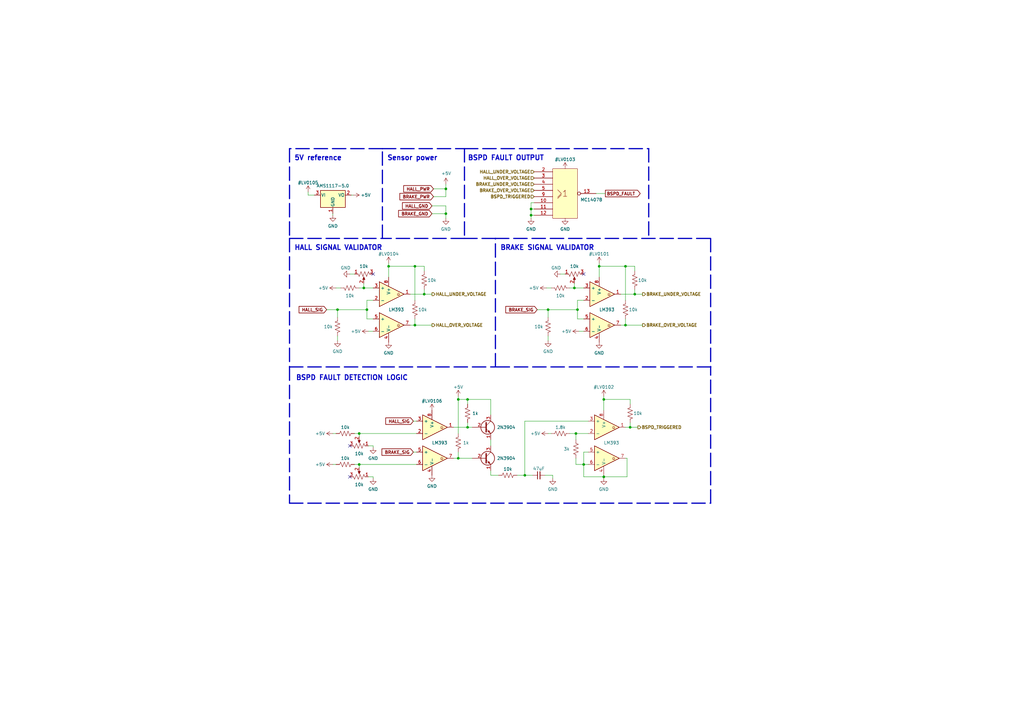
<source format=kicad_sch>
(kicad_sch (version 20211123) (generator eeschema)

  (uuid e3324038-fe24-4c29-aece-3f3edb0c7900)

  (paper "A3")

  (lib_symbols
    (symbol "4xxx_IEEE:4078" (pin_names (offset 0.762)) (in_bom yes) (on_board yes)
      (property "Reference" "U?" (id 0) (at 0 13.7328 0)
        (effects (font (size 1.27 1.27)))
      )
      (property "Value" "4078" (id 1) (at 0 11.1959 0)
        (effects (font (size 1.27 1.27)))
      )
      (property "Footprint" "" (id 2) (at 0 0 0)
        (effects (font (size 1.27 1.27)) hide)
      )
      (property "Datasheet" "" (id 3) (at 0 0 0)
        (effects (font (size 1.27 1.27)) hide)
      )
      (symbol "4078_0_0"
        (rectangle (start -5.08 10.16) (end 5.08 -10.16)
          (stroke (width 0) (type default) (color 0 0 0 0))
          (fill (type background))
        )
        (polyline
          (pts
            (xy -3.048 -2.032)
            (xy -1.524 -0.508)
            (xy -1.524 -0.508)
          )
          (stroke (width 0) (type default) (color 0 0 0 0))
          (fill (type none))
        )
        (polyline
          (pts
            (xy -3.048 1.524)
            (xy -1.524 0)
            (xy -3.048 -1.524)
            (xy -3.048 -1.524)
          )
          (stroke (width 0) (type default) (color 0 0 0 0))
          (fill (type none))
        )
        (text "1" (at 0 0 0)
          (effects (font (size 2.54 2.54)))
        )
        (pin power_in line (at 0 10.16 270) (length 0) hide
          (name "Vdd" (effects (font (size 1.016 1.016))))
          (number "14" (effects (font (size 1.27 1.27))))
        )
        (pin power_in line (at 0 -10.16 90) (length 0) hide
          (name "Vss" (effects (font (size 1.016 1.016))))
          (number "7" (effects (font (size 1.27 1.27))))
        )
      )
      (symbol "4078_1_1"
        (pin output line (at -12.7 -3.81 0) (length 7.62)
          (name "~" (effects (font (size 1.27 1.27))))
          (number "10" (effects (font (size 1.27 1.27))))
        )
        (pin output line (at -12.7 -6.35 0) (length 7.62)
          (name "~" (effects (font (size 1.27 1.27))))
          (number "11" (effects (font (size 1.27 1.27))))
        )
        (pin power_in line (at -12.7 -8.89 0) (length 7.62)
          (name "~" (effects (font (size 1.016 1.016))))
          (number "12" (effects (font (size 1.27 1.27))))
        )
        (pin output inverted (at 12.7 0 180) (length 7.62)
          (name "~" (effects (font (size 1.27 1.27))))
          (number "13" (effects (font (size 1.27 1.27))))
        )
        (pin input line (at -12.7 8.89 0) (length 7.62)
          (name "~" (effects (font (size 1.27 1.27))))
          (number "2" (effects (font (size 1.27 1.27))))
        )
        (pin input line (at -12.7 6.35 0) (length 7.62)
          (name "~" (effects (font (size 1.27 1.27))))
          (number "3" (effects (font (size 1.27 1.27))))
        )
        (pin input line (at -12.7 3.81 0) (length 7.62)
          (name "~" (effects (font (size 1.27 1.27))))
          (number "4" (effects (font (size 1.27 1.27))))
        )
        (pin output line (at -12.7 1.27 0) (length 7.62)
          (name "~" (effects (font (size 1.27 1.27))))
          (number "5" (effects (font (size 1.27 1.27))))
        )
        (pin output line (at -12.7 -1.27 0) (length 7.62)
          (name "~" (effects (font (size 1.27 1.27))))
          (number "9" (effects (font (size 1.27 1.27))))
        )
      )
    )
    (symbol "Device:C_Small" (pin_numbers hide) (pin_names (offset 0.254) hide) (in_bom yes) (on_board yes)
      (property "Reference" "C" (id 0) (at 0.254 1.778 0)
        (effects (font (size 1.27 1.27)) (justify left))
      )
      (property "Value" "C_Small" (id 1) (at 0.254 -2.032 0)
        (effects (font (size 1.27 1.27)) (justify left))
      )
      (property "Footprint" "" (id 2) (at 0 0 0)
        (effects (font (size 1.27 1.27)) hide)
      )
      (property "Datasheet" "~" (id 3) (at 0 0 0)
        (effects (font (size 1.27 1.27)) hide)
      )
      (property "ki_keywords" "capacitor cap" (id 4) (at 0 0 0)
        (effects (font (size 1.27 1.27)) hide)
      )
      (property "ki_description" "Unpolarized capacitor, small symbol" (id 5) (at 0 0 0)
        (effects (font (size 1.27 1.27)) hide)
      )
      (property "ki_fp_filters" "C_*" (id 6) (at 0 0 0)
        (effects (font (size 1.27 1.27)) hide)
      )
      (symbol "C_Small_0_1"
        (polyline
          (pts
            (xy -1.524 -0.508)
            (xy 1.524 -0.508)
          )
          (stroke (width 0.3302) (type default) (color 0 0 0 0))
          (fill (type none))
        )
        (polyline
          (pts
            (xy -1.524 0.508)
            (xy 1.524 0.508)
          )
          (stroke (width 0.3048) (type default) (color 0 0 0 0))
          (fill (type none))
        )
      )
      (symbol "C_Small_1_1"
        (pin passive line (at 0 2.54 270) (length 2.032)
          (name "~" (effects (font (size 1.27 1.27))))
          (number "1" (effects (font (size 1.27 1.27))))
        )
        (pin passive line (at 0 -2.54 90) (length 2.032)
          (name "~" (effects (font (size 1.27 1.27))))
          (number "2" (effects (font (size 1.27 1.27))))
        )
      )
    )
    (symbol "Device:R_Potentiometer_US" (pin_names (offset 1.016) hide) (in_bom yes) (on_board yes)
      (property "Reference" "RV" (id 0) (at -4.445 0 90)
        (effects (font (size 1.27 1.27)))
      )
      (property "Value" "R_Potentiometer_US" (id 1) (at -2.54 0 90)
        (effects (font (size 1.27 1.27)))
      )
      (property "Footprint" "" (id 2) (at 0 0 0)
        (effects (font (size 1.27 1.27)) hide)
      )
      (property "Datasheet" "~" (id 3) (at 0 0 0)
        (effects (font (size 1.27 1.27)) hide)
      )
      (property "ki_keywords" "resistor variable" (id 4) (at 0 0 0)
        (effects (font (size 1.27 1.27)) hide)
      )
      (property "ki_description" "Potentiometer, US symbol" (id 5) (at 0 0 0)
        (effects (font (size 1.27 1.27)) hide)
      )
      (property "ki_fp_filters" "Potentiometer*" (id 6) (at 0 0 0)
        (effects (font (size 1.27 1.27)) hide)
      )
      (symbol "R_Potentiometer_US_0_1"
        (polyline
          (pts
            (xy 0 -2.286)
            (xy 0 -2.54)
          )
          (stroke (width 0) (type default) (color 0 0 0 0))
          (fill (type none))
        )
        (polyline
          (pts
            (xy 0 2.54)
            (xy 0 2.286)
          )
          (stroke (width 0) (type default) (color 0 0 0 0))
          (fill (type none))
        )
        (polyline
          (pts
            (xy 2.54 0)
            (xy 1.524 0)
          )
          (stroke (width 0) (type default) (color 0 0 0 0))
          (fill (type none))
        )
        (polyline
          (pts
            (xy 1.143 0)
            (xy 2.286 0.508)
            (xy 2.286 -0.508)
            (xy 1.143 0)
          )
          (stroke (width 0) (type default) (color 0 0 0 0))
          (fill (type outline))
        )
        (polyline
          (pts
            (xy 0 -0.762)
            (xy 1.016 -1.143)
            (xy 0 -1.524)
            (xy -1.016 -1.905)
            (xy 0 -2.286)
          )
          (stroke (width 0) (type default) (color 0 0 0 0))
          (fill (type none))
        )
        (polyline
          (pts
            (xy 0 0.762)
            (xy 1.016 0.381)
            (xy 0 0)
            (xy -1.016 -0.381)
            (xy 0 -0.762)
          )
          (stroke (width 0) (type default) (color 0 0 0 0))
          (fill (type none))
        )
        (polyline
          (pts
            (xy 0 2.286)
            (xy 1.016 1.905)
            (xy 0 1.524)
            (xy -1.016 1.143)
            (xy 0 0.762)
          )
          (stroke (width 0) (type default) (color 0 0 0 0))
          (fill (type none))
        )
      )
      (symbol "R_Potentiometer_US_1_1"
        (pin passive line (at 0 3.81 270) (length 1.27)
          (name "1" (effects (font (size 1.27 1.27))))
          (number "1" (effects (font (size 1.27 1.27))))
        )
        (pin passive line (at 3.81 0 180) (length 1.27)
          (name "2" (effects (font (size 1.27 1.27))))
          (number "2" (effects (font (size 1.27 1.27))))
        )
        (pin passive line (at 0 -3.81 90) (length 1.27)
          (name "3" (effects (font (size 1.27 1.27))))
          (number "3" (effects (font (size 1.27 1.27))))
        )
      )
    )
    (symbol "Device:R_US" (pin_numbers hide) (pin_names (offset 0)) (in_bom yes) (on_board yes)
      (property "Reference" "R" (id 0) (at 2.54 0 90)
        (effects (font (size 1.27 1.27)))
      )
      (property "Value" "R_US" (id 1) (at -2.54 0 90)
        (effects (font (size 1.27 1.27)))
      )
      (property "Footprint" "" (id 2) (at 1.016 -0.254 90)
        (effects (font (size 1.27 1.27)) hide)
      )
      (property "Datasheet" "~" (id 3) (at 0 0 0)
        (effects (font (size 1.27 1.27)) hide)
      )
      (property "ki_keywords" "R res resistor" (id 4) (at 0 0 0)
        (effects (font (size 1.27 1.27)) hide)
      )
      (property "ki_description" "Resistor, US symbol" (id 5) (at 0 0 0)
        (effects (font (size 1.27 1.27)) hide)
      )
      (property "ki_fp_filters" "R_*" (id 6) (at 0 0 0)
        (effects (font (size 1.27 1.27)) hide)
      )
      (symbol "R_US_0_1"
        (polyline
          (pts
            (xy 0 -2.286)
            (xy 0 -2.54)
          )
          (stroke (width 0) (type default) (color 0 0 0 0))
          (fill (type none))
        )
        (polyline
          (pts
            (xy 0 2.286)
            (xy 0 2.54)
          )
          (stroke (width 0) (type default) (color 0 0 0 0))
          (fill (type none))
        )
        (polyline
          (pts
            (xy 0 -0.762)
            (xy 1.016 -1.143)
            (xy 0 -1.524)
            (xy -1.016 -1.905)
            (xy 0 -2.286)
          )
          (stroke (width 0) (type default) (color 0 0 0 0))
          (fill (type none))
        )
        (polyline
          (pts
            (xy 0 0.762)
            (xy 1.016 0.381)
            (xy 0 0)
            (xy -1.016 -0.381)
            (xy 0 -0.762)
          )
          (stroke (width 0) (type default) (color 0 0 0 0))
          (fill (type none))
        )
        (polyline
          (pts
            (xy 0 2.286)
            (xy 1.016 1.905)
            (xy 0 1.524)
            (xy -1.016 1.143)
            (xy 0 0.762)
          )
          (stroke (width 0) (type default) (color 0 0 0 0))
          (fill (type none))
        )
      )
      (symbol "R_US_1_1"
        (pin passive line (at 0 3.81 270) (length 1.27)
          (name "~" (effects (font (size 1.27 1.27))))
          (number "1" (effects (font (size 1.27 1.27))))
        )
        (pin passive line (at 0 -3.81 90) (length 1.27)
          (name "~" (effects (font (size 1.27 1.27))))
          (number "2" (effects (font (size 1.27 1.27))))
        )
      )
    )
    (symbol "New_Library:LM393" (in_bom yes) (on_board yes)
      (property "Reference" "U" (id 0) (at 0 0 0)
        (effects (font (size 1.27 1.27)))
      )
      (property "Value" "LM393" (id 1) (at 0 0 0)
        (effects (font (size 1.27 1.27)))
      )
      (property "Footprint" "" (id 2) (at 0 0 0)
        (effects (font (size 1.27 1.27)) hide)
      )
      (property "Datasheet" "" (id 3) (at 0 0 0)
        (effects (font (size 1.27 1.27)) hide)
      )
      (symbol "LM393_1_1"
        (polyline
          (pts
            (xy -5.715 -1.27)
            (xy 4.445 -6.35)
            (xy -5.715 -11.43)
            (xy -5.715 -1.27)
          )
          (stroke (width 0.254) (type default) (color 0 0 0 0))
          (fill (type background))
        )
        (polyline
          (pts
            (xy -5.715 11.43)
            (xy 4.445 6.35)
            (xy -5.715 1.27)
            (xy -5.715 11.43)
          )
          (stroke (width 0.254) (type default) (color 0 0 0 0))
          (fill (type background))
        )
        (polyline
          (pts
            (xy 2.667 -6.858)
            (xy 2.159 -6.858)
            (xy 2.667 -6.35)
            (xy 2.159 -5.842)
            (xy 1.651 -6.35)
            (xy 2.159 -6.858)
            (xy 1.651 -6.858)
          )
          (stroke (width 0.127) (type default) (color 0 0 0 0))
          (fill (type none))
        )
        (polyline
          (pts
            (xy 2.667 5.842)
            (xy 2.159 5.842)
            (xy 2.667 6.35)
            (xy 2.159 6.858)
            (xy 1.651 6.35)
            (xy 2.159 5.842)
            (xy 1.651 5.842)
          )
          (stroke (width 0.127) (type default) (color 0 0 0 0))
          (fill (type none))
        )
        (pin open_collector line (at 6.985 6.35 180) (length 2.54)
          (name "~" (effects (font (size 1.27 1.27))))
          (number "1" (effects (font (size 1.27 1.27))))
        )
        (pin input line (at -8.255 3.81 0) (length 2.54)
          (name "-" (effects (font (size 1.27 1.27))))
          (number "2" (effects (font (size 1.27 1.27))))
        )
        (pin input line (at -8.255 8.89 0) (length 2.54)
          (name "+" (effects (font (size 1.27 1.27))))
          (number "3" (effects (font (size 1.27 1.27))))
        )
        (pin power_in line (at -1.905 -13.335 90) (length 3.81)
          (name "V-" (effects (font (size 1.27 1.27))))
          (number "4" (effects (font (size 1.27 1.27))))
        )
        (pin input line (at -8.255 -3.81 0) (length 2.54)
          (name "+" (effects (font (size 1.27 1.27))))
          (number "5" (effects (font (size 1.27 1.27))))
        )
        (pin input line (at -8.255 -8.89 0) (length 2.54)
          (name "-" (effects (font (size 1.27 1.27))))
          (number "6" (effects (font (size 1.27 1.27))))
        )
        (pin open_collector line (at 6.985 -6.35 180) (length 2.54)
          (name "~" (effects (font (size 1.27 1.27))))
          (number "7" (effects (font (size 1.27 1.27))))
        )
        (pin power_in line (at -1.905 13.335 270) (length 3.81)
          (name "V+" (effects (font (size 1.27 1.27))))
          (number "8" (effects (font (size 1.27 1.27))))
        )
      )
    )
    (symbol "Regulator_Linear:AMS1117-5.0" (pin_names (offset 0.254)) (in_bom yes) (on_board yes)
      (property "Reference" "U" (id 0) (at -3.81 3.175 0)
        (effects (font (size 1.27 1.27)))
      )
      (property "Value" "AMS1117-5.0" (id 1) (at 0 3.175 0)
        (effects (font (size 1.27 1.27)) (justify left))
      )
      (property "Footprint" "Package_TO_SOT_SMD:SOT-223-3_TabPin2" (id 2) (at 0 5.08 0)
        (effects (font (size 1.27 1.27)) hide)
      )
      (property "Datasheet" "http://www.advanced-monolithic.com/pdf/ds1117.pdf" (id 3) (at 2.54 -6.35 0)
        (effects (font (size 1.27 1.27)) hide)
      )
      (property "ki_keywords" "linear regulator ldo fixed positive" (id 4) (at 0 0 0)
        (effects (font (size 1.27 1.27)) hide)
      )
      (property "ki_description" "1A Low Dropout regulator, positive, 5.0V fixed output, SOT-223" (id 5) (at 0 0 0)
        (effects (font (size 1.27 1.27)) hide)
      )
      (property "ki_fp_filters" "SOT?223*TabPin2*" (id 6) (at 0 0 0)
        (effects (font (size 1.27 1.27)) hide)
      )
      (symbol "AMS1117-5.0_0_1"
        (rectangle (start -5.08 -5.08) (end 5.08 1.905)
          (stroke (width 0.254) (type default) (color 0 0 0 0))
          (fill (type background))
        )
      )
      (symbol "AMS1117-5.0_1_1"
        (pin power_in line (at 0 -7.62 90) (length 2.54)
          (name "GND" (effects (font (size 1.27 1.27))))
          (number "1" (effects (font (size 1.27 1.27))))
        )
        (pin power_out line (at 7.62 0 180) (length 2.54)
          (name "VO" (effects (font (size 1.27 1.27))))
          (number "2" (effects (font (size 1.27 1.27))))
        )
        (pin power_in line (at -7.62 0 0) (length 2.54)
          (name "VI" (effects (font (size 1.27 1.27))))
          (number "3" (effects (font (size 1.27 1.27))))
        )
      )
    )
    (symbol "Transistor_BJT:2N3904" (pin_names (offset 0) hide) (in_bom yes) (on_board yes)
      (property "Reference" "Q" (id 0) (at 5.08 1.905 0)
        (effects (font (size 1.27 1.27)) (justify left))
      )
      (property "Value" "2N3904" (id 1) (at 5.08 0 0)
        (effects (font (size 1.27 1.27)) (justify left))
      )
      (property "Footprint" "Package_TO_SOT_THT:TO-92_Inline" (id 2) (at 5.08 -1.905 0)
        (effects (font (size 1.27 1.27) italic) (justify left) hide)
      )
      (property "Datasheet" "https://www.onsemi.com/pub/Collateral/2N3903-D.PDF" (id 3) (at 0 0 0)
        (effects (font (size 1.27 1.27)) (justify left) hide)
      )
      (property "ki_keywords" "NPN Transistor" (id 4) (at 0 0 0)
        (effects (font (size 1.27 1.27)) hide)
      )
      (property "ki_description" "0.2A Ic, 40V Vce, Small Signal NPN Transistor, TO-92" (id 5) (at 0 0 0)
        (effects (font (size 1.27 1.27)) hide)
      )
      (property "ki_fp_filters" "TO?92*" (id 6) (at 0 0 0)
        (effects (font (size 1.27 1.27)) hide)
      )
      (symbol "2N3904_0_1"
        (polyline
          (pts
            (xy 0.635 0.635)
            (xy 2.54 2.54)
          )
          (stroke (width 0) (type default) (color 0 0 0 0))
          (fill (type none))
        )
        (polyline
          (pts
            (xy 0.635 -0.635)
            (xy 2.54 -2.54)
            (xy 2.54 -2.54)
          )
          (stroke (width 0) (type default) (color 0 0 0 0))
          (fill (type none))
        )
        (polyline
          (pts
            (xy 0.635 1.905)
            (xy 0.635 -1.905)
            (xy 0.635 -1.905)
          )
          (stroke (width 0.508) (type default) (color 0 0 0 0))
          (fill (type none))
        )
        (polyline
          (pts
            (xy 1.27 -1.778)
            (xy 1.778 -1.27)
            (xy 2.286 -2.286)
            (xy 1.27 -1.778)
            (xy 1.27 -1.778)
          )
          (stroke (width 0) (type default) (color 0 0 0 0))
          (fill (type outline))
        )
        (circle (center 1.27 0) (radius 2.8194)
          (stroke (width 0.254) (type default) (color 0 0 0 0))
          (fill (type none))
        )
      )
      (symbol "2N3904_1_1"
        (pin passive line (at 2.54 -5.08 90) (length 2.54)
          (name "E" (effects (font (size 1.27 1.27))))
          (number "1" (effects (font (size 1.27 1.27))))
        )
        (pin passive line (at -5.08 0 0) (length 5.715)
          (name "B" (effects (font (size 1.27 1.27))))
          (number "2" (effects (font (size 1.27 1.27))))
        )
        (pin passive line (at 2.54 5.08 270) (length 2.54)
          (name "C" (effects (font (size 1.27 1.27))))
          (number "3" (effects (font (size 1.27 1.27))))
        )
      )
    )
    (symbol "power:+12V" (power) (pin_names (offset 0)) (in_bom yes) (on_board yes)
      (property "Reference" "#PWR" (id 0) (at 0 -3.81 0)
        (effects (font (size 1.27 1.27)) hide)
      )
      (property "Value" "+12V" (id 1) (at 0 3.556 0)
        (effects (font (size 1.27 1.27)))
      )
      (property "Footprint" "" (id 2) (at 0 0 0)
        (effects (font (size 1.27 1.27)) hide)
      )
      (property "Datasheet" "" (id 3) (at 0 0 0)
        (effects (font (size 1.27 1.27)) hide)
      )
      (property "ki_keywords" "power-flag" (id 4) (at 0 0 0)
        (effects (font (size 1.27 1.27)) hide)
      )
      (property "ki_description" "Power symbol creates a global label with name \"+12V\"" (id 5) (at 0 0 0)
        (effects (font (size 1.27 1.27)) hide)
      )
      (symbol "+12V_0_1"
        (polyline
          (pts
            (xy -0.762 1.27)
            (xy 0 2.54)
          )
          (stroke (width 0) (type default) (color 0 0 0 0))
          (fill (type none))
        )
        (polyline
          (pts
            (xy 0 0)
            (xy 0 2.54)
          )
          (stroke (width 0) (type default) (color 0 0 0 0))
          (fill (type none))
        )
        (polyline
          (pts
            (xy 0 2.54)
            (xy 0.762 1.27)
          )
          (stroke (width 0) (type default) (color 0 0 0 0))
          (fill (type none))
        )
      )
      (symbol "+12V_1_1"
        (pin power_in line (at 0 0 90) (length 0) hide
          (name "+12V" (effects (font (size 1.27 1.27))))
          (number "1" (effects (font (size 1.27 1.27))))
        )
      )
    )
    (symbol "power:+5V" (power) (pin_names (offset 0)) (in_bom yes) (on_board yes)
      (property "Reference" "#PWR" (id 0) (at 0 -3.81 0)
        (effects (font (size 1.27 1.27)) hide)
      )
      (property "Value" "+5V" (id 1) (at 0 3.556 0)
        (effects (font (size 1.27 1.27)))
      )
      (property "Footprint" "" (id 2) (at 0 0 0)
        (effects (font (size 1.27 1.27)) hide)
      )
      (property "Datasheet" "" (id 3) (at 0 0 0)
        (effects (font (size 1.27 1.27)) hide)
      )
      (property "ki_keywords" "power-flag" (id 4) (at 0 0 0)
        (effects (font (size 1.27 1.27)) hide)
      )
      (property "ki_description" "Power symbol creates a global label with name \"+5V\"" (id 5) (at 0 0 0)
        (effects (font (size 1.27 1.27)) hide)
      )
      (symbol "+5V_0_1"
        (polyline
          (pts
            (xy -0.762 1.27)
            (xy 0 2.54)
          )
          (stroke (width 0) (type default) (color 0 0 0 0))
          (fill (type none))
        )
        (polyline
          (pts
            (xy 0 0)
            (xy 0 2.54)
          )
          (stroke (width 0) (type default) (color 0 0 0 0))
          (fill (type none))
        )
        (polyline
          (pts
            (xy 0 2.54)
            (xy 0.762 1.27)
          )
          (stroke (width 0) (type default) (color 0 0 0 0))
          (fill (type none))
        )
      )
      (symbol "+5V_1_1"
        (pin power_in line (at 0 0 90) (length 0) hide
          (name "+5V" (effects (font (size 1.27 1.27))))
          (number "1" (effects (font (size 1.27 1.27))))
        )
      )
    )
    (symbol "power:GND" (power) (pin_names (offset 0)) (in_bom yes) (on_board yes)
      (property "Reference" "#PWR" (id 0) (at 0 -6.35 0)
        (effects (font (size 1.27 1.27)) hide)
      )
      (property "Value" "GND" (id 1) (at 0 -3.81 0)
        (effects (font (size 1.27 1.27)))
      )
      (property "Footprint" "" (id 2) (at 0 0 0)
        (effects (font (size 1.27 1.27)) hide)
      )
      (property "Datasheet" "" (id 3) (at 0 0 0)
        (effects (font (size 1.27 1.27)) hide)
      )
      (property "ki_keywords" "power-flag" (id 4) (at 0 0 0)
        (effects (font (size 1.27 1.27)) hide)
      )
      (property "ki_description" "Power symbol creates a global label with name \"GND\" , ground" (id 5) (at 0 0 0)
        (effects (font (size 1.27 1.27)) hide)
      )
      (symbol "GND_0_1"
        (polyline
          (pts
            (xy 0 0)
            (xy 0 -1.27)
            (xy 1.27 -1.27)
            (xy 0 -2.54)
            (xy -1.27 -1.27)
            (xy 0 -1.27)
          )
          (stroke (width 0) (type default) (color 0 0 0 0))
          (fill (type none))
        )
      )
      (symbol "GND_1_1"
        (pin power_in line (at 0 0 270) (length 0) hide
          (name "GND" (effects (font (size 1.27 1.27))))
          (number "1" (effects (font (size 1.27 1.27))))
        )
      )
    )
  )

  (junction (at 258.445 175.26) (diameter 0) (color 0 0 0 0)
    (uuid 02b2e850-11f0-42cc-98b0-0cab24777ad0)
  )
  (junction (at 236.22 177.8) (diameter 0) (color 0 0 0 0)
    (uuid 08b73b81-9035-44cf-a894-17a270207608)
  )
  (junction (at 235.585 118.11) (diameter 0) (color 0 0 0 0)
    (uuid 14147c00-561b-41a0-a503-bbeeb0900142)
  )
  (junction (at 170.18 133.35) (diameter 0) (color 0 0 0 0)
    (uuid 14987b7a-0eef-470b-be6a-f83617c1d1ed)
  )
  (junction (at 247.65 163.83) (diameter 0) (color 0 0 0 0)
    (uuid 1573dd11-c084-4d5f-9594-a57dda8c9e9b)
  )
  (junction (at 245.745 109.22) (diameter 0) (color 0 0 0 0)
    (uuid 17a30bb6-bde3-4237-b32b-9d4e951dcf6c)
  )
  (junction (at 170.18 109.22) (diameter 0) (color 0 0 0 0)
    (uuid 1a91f52b-f512-46fa-93ac-0ce4c07e200b)
  )
  (junction (at 159.385 109.22) (diameter 0) (color 0 0 0 0)
    (uuid 1c9bf408-fdc9-4c77-a328-9a84ca036799)
  )
  (junction (at 147.32 190.5) (diameter 0) (color 0 0 0 0)
    (uuid 2a4ef032-54e5-4a63-8241-07e196a5c14e)
  )
  (junction (at 149.225 118.11) (diameter 0) (color 0 0 0 0)
    (uuid 308127cb-3406-4ccf-b73d-3ea06d69360a)
  )
  (junction (at 191.77 175.26) (diameter 0) (color 0 0 0 0)
    (uuid 3798aa37-cbd6-4c83-8ed4-f20ba8d381cf)
  )
  (junction (at 217.805 85.725) (diameter 0) (color 0 0 0 0)
    (uuid 39405829-9694-447e-9cfc-cd3bacd5b549)
  )
  (junction (at 239.395 190.5) (diameter 0) (color 0 0 0 0)
    (uuid 4e1fa344-b6b9-466a-a1e0-6251262bb800)
  )
  (junction (at 138.43 127) (diameter 0) (color 0 0 0 0)
    (uuid 59c6a5ce-f497-43c9-83a4-1e933bb2db7a)
  )
  (junction (at 187.96 163.83) (diameter 0) (color 0 0 0 0)
    (uuid 5b4b39fe-915a-403d-ba44-8adc0967bb48)
  )
  (junction (at 256.54 109.22) (diameter 0) (color 0 0 0 0)
    (uuid 5f6c54dc-19be-454c-81e5-aebdbab174e2)
  )
  (junction (at 182.88 77.47) (diameter 0) (color 0 0 0 0)
    (uuid 61fc4b35-1a3b-42d5-9873-f1bb54a3feb4)
  )
  (junction (at 224.79 127) (diameter 0) (color 0 0 0 0)
    (uuid 6614b090-6cd5-486d-a995-237304af760b)
  )
  (junction (at 260.35 120.65) (diameter 0) (color 0 0 0 0)
    (uuid 74a54987-1188-4060-ae16-8840ee9e505e)
  )
  (junction (at 215.265 194.945) (diameter 0) (color 0 0 0 0)
    (uuid 756df512-a9e6-4d50-a33c-03fd20f21d64)
  )
  (junction (at 247.65 195.58) (diameter 0) (color 0 0 0 0)
    (uuid 82047f92-31e2-4429-ad25-f6fa93b904f5)
  )
  (junction (at 147.32 177.8) (diameter 0) (color 0 0 0 0)
    (uuid 8bbb49cb-d8ae-4250-b37a-e03cc40808b3)
  )
  (junction (at 173.99 120.65) (diameter 0) (color 0 0 0 0)
    (uuid a5e9e08e-2e33-4754-9ee9-7bd3d258ef2c)
  )
  (junction (at 182.88 87.63) (diameter 0) (color 0 0 0 0)
    (uuid b073439e-f88e-475e-8fb1-b82fc4902015)
  )
  (junction (at 191.77 163.83) (diameter 0) (color 0 0 0 0)
    (uuid b83d758b-2b69-427b-8dde-40036e7bbe99)
  )
  (junction (at 150.495 127) (diameter 0) (color 0 0 0 0)
    (uuid c948c31d-cd49-41be-99a1-6fafe89a991d)
  )
  (junction (at 236.855 127) (diameter 0) (color 0 0 0 0)
    (uuid e71f3226-b208-42ee-b649-65fc98a87125)
  )
  (junction (at 187.96 187.96) (diameter 0) (color 0 0 0 0)
    (uuid f01ececb-5e19-4a24-89fc-0e1e04223c1a)
  )
  (junction (at 256.54 133.35) (diameter 0) (color 0 0 0 0)
    (uuid fd1a38fa-7982-443c-a4a5-2f71db4f0eb8)
  )
  (junction (at 217.805 88.265) (diameter 0) (color 0 0 0 0)
    (uuid fd546d33-549b-4ecf-b61b-ddcf98912c4a)
  )

  (no_connect (at 143.51 195.58) (uuid 51bfa07c-409f-4e85-a16a-367c487aee3a))
  (no_connect (at 239.395 112.395) (uuid 62f5e1c1-3928-4faa-8eb6-7095c7b9382d))
  (no_connect (at 143.51 182.88) (uuid 7c433148-63d8-468b-a83f-7f5a34723561))
  (no_connect (at 153.035 112.395) (uuid dd097406-9508-4bd7-9d1b-379bf636ecca))

  (wire (pts (xy 147.32 177.8) (xy 147.32 179.07))
    (stroke (width 0) (type default) (color 0 0 0 0))
    (uuid 03128e64-722e-479c-9b42-0b2a9025f689)
  )
  (wire (pts (xy 245.745 109.22) (xy 245.745 113.665))
    (stroke (width 0) (type default) (color 0 0 0 0))
    (uuid 04c82a66-36f0-42c2-a80b-a02840a6da06)
  )
  (wire (pts (xy 182.88 75.565) (xy 182.88 77.47))
    (stroke (width 0) (type default) (color 0 0 0 0))
    (uuid 04c9f081-b454-4b8c-ab62-ecfa58117de4)
  )
  (polyline (pts (xy 266.065 60.96) (xy 266.065 97.79))
    (stroke (width 0.5) (type default) (color 0 0 0 0))
    (uuid 05bf4148-5b84-4ee2-be1b-205aef0c4fde)
  )

  (wire (pts (xy 258.445 175.26) (xy 261.62 175.26))
    (stroke (width 0) (type default) (color 0 0 0 0))
    (uuid 08783f54-6e92-438f-a278-e542cbacc0dd)
  )
  (wire (pts (xy 215.265 172.72) (xy 241.3 172.72))
    (stroke (width 0) (type default) (color 0 0 0 0))
    (uuid 08fbcda9-120d-439a-b9a1-c0f2dbc4e7ac)
  )
  (polyline (pts (xy 118.745 97.79) (xy 118.745 150.495))
    (stroke (width 0.5) (type default) (color 0 0 0 0))
    (uuid 09fa175e-cf24-431a-a01e-766d6f04442e)
  )

  (wire (pts (xy 247.65 163.83) (xy 247.65 168.275))
    (stroke (width 0) (type default) (color 0 0 0 0))
    (uuid 0b6c5003-846e-49e0-b3cc-906ca784937b)
  )
  (wire (pts (xy 147.32 118.11) (xy 149.225 118.11))
    (stroke (width 0) (type default) (color 0 0 0 0))
    (uuid 0d292dc1-6ddf-4e85-af94-93d4e0a47389)
  )
  (wire (pts (xy 147.32 190.5) (xy 147.32 191.77))
    (stroke (width 0) (type default) (color 0 0 0 0))
    (uuid 0e91acbd-2c35-493a-889f-c526e69d1743)
  )
  (wire (pts (xy 150.495 127) (xy 150.495 123.19))
    (stroke (width 0) (type default) (color 0 0 0 0))
    (uuid 0ec7a062-fc26-451a-b9e7-f232b1f84231)
  )
  (wire (pts (xy 147.32 190.5) (xy 170.815 190.5))
    (stroke (width 0) (type default) (color 0 0 0 0))
    (uuid 12df44c7-da20-40fb-8b07-2d4a907ec89f)
  )
  (wire (pts (xy 239.395 185.42) (xy 239.395 190.5))
    (stroke (width 0) (type default) (color 0 0 0 0))
    (uuid 135e4a06-87cd-4834-9bda-e0f1ec22df6a)
  )
  (polyline (pts (xy 291.465 97.79) (xy 291.465 150.495))
    (stroke (width 0.5) (type default) (color 0 0 0 0))
    (uuid 149d910d-3817-4332-bd2d-42b723887fab)
  )

  (wire (pts (xy 138.43 130.175) (xy 138.43 127))
    (stroke (width 0) (type default) (color 0 0 0 0))
    (uuid 14a355ce-cd6e-4c34-b1e6-ff12cc37e6ff)
  )
  (wire (pts (xy 226.06 177.8) (xy 224.79 177.8))
    (stroke (width 0) (type default) (color 0 0 0 0))
    (uuid 14e12307-99d6-4fc7-90f4-aaae0958ebf3)
  )
  (wire (pts (xy 236.855 127) (xy 236.855 123.19))
    (stroke (width 0) (type default) (color 0 0 0 0))
    (uuid 15550cb9-0dcc-4fe1-a42d-c99eafc5cc48)
  )
  (wire (pts (xy 168.275 133.35) (xy 170.18 133.35))
    (stroke (width 0) (type default) (color 0 0 0 0))
    (uuid 18237a77-e4b9-4986-9d93-15f8ae7dda15)
  )
  (wire (pts (xy 153.035 195.58) (xy 151.13 195.58))
    (stroke (width 0) (type default) (color 0 0 0 0))
    (uuid 1af03672-8210-40fb-ac04-72d5591247a4)
  )
  (polyline (pts (xy 291.465 206.375) (xy 291.465 150.495))
    (stroke (width 0.5) (type default) (color 0 0 0 0))
    (uuid 1b75ac30-b026-429c-abeb-1f87d0f997a0)
  )

  (wire (pts (xy 136.525 177.8) (xy 137.795 177.8))
    (stroke (width 0) (type default) (color 0 0 0 0))
    (uuid 1db913e3-5556-44fd-bd15-8552e3dfe70c)
  )
  (wire (pts (xy 245.745 109.22) (xy 256.54 109.22))
    (stroke (width 0) (type default) (color 0 0 0 0))
    (uuid 1df4b75e-7a92-41b7-9cfe-c5d6bca2eaae)
  )
  (wire (pts (xy 145.415 177.8) (xy 147.32 177.8))
    (stroke (width 0) (type default) (color 0 0 0 0))
    (uuid 23366704-22f2-4e5f-8dce-481649352e7d)
  )
  (polyline (pts (xy 190.5 97.79) (xy 156.845 97.79))
    (stroke (width 0.5) (type default) (color 0 0 0 0))
    (uuid 249ee509-467a-474f-bee2-e854b0762714)
  )

  (wire (pts (xy 256.54 175.26) (xy 258.445 175.26))
    (stroke (width 0) (type default) (color 0 0 0 0))
    (uuid 2812cee9-b1b5-4fe9-abe1-a6381dd0e971)
  )
  (wire (pts (xy 169.545 185.42) (xy 170.815 185.42))
    (stroke (width 0) (type default) (color 0 0 0 0))
    (uuid 28444db3-fbad-4ad7-af63-ff94c10e04ad)
  )
  (wire (pts (xy 201.295 163.83) (xy 191.77 163.83))
    (stroke (width 0) (type default) (color 0 0 0 0))
    (uuid 287f867c-333b-4559-919d-1bf6d1f84505)
  )
  (wire (pts (xy 149.225 118.11) (xy 153.035 118.11))
    (stroke (width 0) (type default) (color 0 0 0 0))
    (uuid 2890d84c-369d-4df2-82a3-acf3c237946e)
  )
  (wire (pts (xy 150.495 130.81) (xy 153.035 130.81))
    (stroke (width 0) (type default) (color 0 0 0 0))
    (uuid 297f477e-af07-4735-b5cd-6697a950777f)
  )
  (polyline (pts (xy 156.845 60.96) (xy 118.745 60.96))
    (stroke (width 0.5) (type default) (color 0 0 0 0))
    (uuid 2a4eaae1-8da4-4aaf-8268-bb8bb512955a)
  )

  (wire (pts (xy 201.295 180.34) (xy 201.295 182.88))
    (stroke (width 0) (type default) (color 0 0 0 0))
    (uuid 2b6de909-e6cc-4068-9089-e3fa6dc81dc6)
  )
  (wire (pts (xy 223.52 194.945) (xy 226.695 194.945))
    (stroke (width 0) (type default) (color 0 0 0 0))
    (uuid 2c1c3690-0f2d-46c5-ab4f-caf797ba05b0)
  )
  (wire (pts (xy 260.35 118.745) (xy 260.35 120.65))
    (stroke (width 0) (type default) (color 0 0 0 0))
    (uuid 2dfa1adc-5c2a-40d5-920b-497895cbe024)
  )
  (wire (pts (xy 170.18 130.81) (xy 170.18 133.35))
    (stroke (width 0) (type default) (color 0 0 0 0))
    (uuid 2fbafc32-73cd-4f7d-964e-af68345ebb0c)
  )
  (wire (pts (xy 133.985 127) (xy 138.43 127))
    (stroke (width 0) (type default) (color 0 0 0 0))
    (uuid 3064bc4e-0fe6-4e9e-8b5b-01d2e5404165)
  )
  (wire (pts (xy 150.495 127) (xy 150.495 130.81))
    (stroke (width 0) (type default) (color 0 0 0 0))
    (uuid 30f8ca68-93c3-4e48-aba2-1dc422620604)
  )
  (wire (pts (xy 247.65 195.58) (xy 257.175 195.58))
    (stroke (width 0) (type default) (color 0 0 0 0))
    (uuid 340f11dd-0c91-47d0-ad04-d66eb818c2b2)
  )
  (wire (pts (xy 257.175 187.96) (xy 256.54 187.96))
    (stroke (width 0) (type default) (color 0 0 0 0))
    (uuid 35e50335-e4d8-4284-a962-ec58029c3921)
  )
  (wire (pts (xy 220.345 127) (xy 224.79 127))
    (stroke (width 0) (type default) (color 0 0 0 0))
    (uuid 39b71166-d4de-44c8-8b79-a414c9c3c09b)
  )
  (wire (pts (xy 191.77 173.355) (xy 191.77 175.26))
    (stroke (width 0) (type default) (color 0 0 0 0))
    (uuid 3be144d2-50b6-4c5a-8cf0-b6e1c9b55c36)
  )
  (wire (pts (xy 187.96 163.83) (xy 187.96 177.8))
    (stroke (width 0) (type default) (color 0 0 0 0))
    (uuid 3c28f29f-08c1-421f-b308-8518e489210f)
  )
  (wire (pts (xy 237.49 135.89) (xy 239.395 135.89))
    (stroke (width 0) (type default) (color 0 0 0 0))
    (uuid 3f1e8613-9aa8-4189-8db6-67acc4b0e180)
  )
  (polyline (pts (xy 118.745 150.495) (xy 203.2 150.495))
    (stroke (width 0.5) (type default) (color 0 0 0 0))
    (uuid 3f8f6db1-eada-4512-b528-ead20b261dd7)
  )

  (wire (pts (xy 217.805 83.185) (xy 219.075 83.185))
    (stroke (width 0) (type default) (color 0 0 0 0))
    (uuid 413893d1-849e-497e-ba73-4a8546774783)
  )
  (wire (pts (xy 138.43 137.795) (xy 138.43 139.7))
    (stroke (width 0) (type default) (color 0 0 0 0))
    (uuid 48c54fc1-54ab-46f0-97d2-e93dd5036930)
  )
  (wire (pts (xy 201.295 170.18) (xy 201.295 163.83))
    (stroke (width 0) (type default) (color 0 0 0 0))
    (uuid 48d22c35-6d2e-495d-8f02-9aa7a9fd2d37)
  )
  (wire (pts (xy 260.35 120.65) (xy 263.525 120.65))
    (stroke (width 0) (type default) (color 0 0 0 0))
    (uuid 4d628584-1241-4028-9090-4c3f0b7e8871)
  )
  (wire (pts (xy 149.225 118.11) (xy 149.225 116.205))
    (stroke (width 0) (type default) (color 0 0 0 0))
    (uuid 4e271720-ce1a-4215-b86e-0c9c545a7b45)
  )
  (wire (pts (xy 247.65 195.58) (xy 247.65 194.945))
    (stroke (width 0) (type default) (color 0 0 0 0))
    (uuid 50b5ca5a-1b10-4dff-bb6b-108f1973a9fd)
  )
  (wire (pts (xy 126.365 78.74) (xy 126.365 80.01))
    (stroke (width 0) (type default) (color 0 0 0 0))
    (uuid 53e31753-57c2-481a-aa5b-b1e4d88680a1)
  )
  (polyline (pts (xy 291.465 150.495) (xy 203.2 150.495))
    (stroke (width 0.5) (type default) (color 0 0 0 0))
    (uuid 58e80726-24ef-4c2e-9da2-1ead58e73a6e)
  )

  (wire (pts (xy 153.035 123.19) (xy 150.495 123.19))
    (stroke (width 0) (type default) (color 0 0 0 0))
    (uuid 5d494b06-4688-4919-a12d-fdad060ac7e5)
  )
  (wire (pts (xy 256.54 109.22) (xy 256.54 123.19))
    (stroke (width 0) (type default) (color 0 0 0 0))
    (uuid 5d933016-15e7-40f2-bbc2-47feb27d519e)
  )
  (wire (pts (xy 236.22 190.5) (xy 239.395 190.5))
    (stroke (width 0) (type default) (color 0 0 0 0))
    (uuid 606afb8f-d7bc-4304-8f1a-02dab7af2625)
  )
  (wire (pts (xy 191.77 163.83) (xy 191.77 165.735))
    (stroke (width 0) (type default) (color 0 0 0 0))
    (uuid 61f0cb27-e70d-4c1c-9918-de53085a7818)
  )
  (wire (pts (xy 224.79 137.795) (xy 224.79 139.7))
    (stroke (width 0) (type default) (color 0 0 0 0))
    (uuid 676c006b-6561-490f-81d1-2db1a7a29479)
  )
  (polyline (pts (xy 156.845 97.79) (xy 156.845 60.96))
    (stroke (width 0.5) (type default) (color 0 0 0 0))
    (uuid 6b708e3c-fea3-4559-9328-370bae5f4d52)
  )

  (wire (pts (xy 186.055 175.26) (xy 191.77 175.26))
    (stroke (width 0) (type default) (color 0 0 0 0))
    (uuid 6c65e67c-1a5e-4769-989e-6d8e51bc57d1)
  )
  (wire (pts (xy 217.805 83.185) (xy 217.805 85.725))
    (stroke (width 0) (type default) (color 0 0 0 0))
    (uuid 70712481-dd6f-4c67-b226-7d7c93c469f2)
  )
  (polyline (pts (xy 156.845 60.96) (xy 190.5 60.96))
    (stroke (width 0.5) (type default) (color 0 0 0 0))
    (uuid 71d89d4e-694a-4e79-9e5f-19d5f3c973af)
  )

  (wire (pts (xy 187.96 162.56) (xy 187.96 163.83))
    (stroke (width 0) (type default) (color 0 0 0 0))
    (uuid 72b069e8-5b6d-4ada-a8c3-27354e894cd4)
  )
  (wire (pts (xy 226.695 194.945) (xy 226.695 196.215))
    (stroke (width 0) (type default) (color 0 0 0 0))
    (uuid 7a412a35-8d5b-4bc4-a1b3-239cd13750c6)
  )
  (wire (pts (xy 236.22 187.96) (xy 236.22 190.5))
    (stroke (width 0) (type default) (color 0 0 0 0))
    (uuid 7bd771e7-993a-4200-8989-931b9b54a293)
  )
  (wire (pts (xy 177.8 80.645) (xy 182.88 80.645))
    (stroke (width 0) (type default) (color 0 0 0 0))
    (uuid 7c28204a-bad2-454d-a805-ab4cfe71ceca)
  )
  (wire (pts (xy 247.65 196.215) (xy 247.65 195.58))
    (stroke (width 0) (type default) (color 0 0 0 0))
    (uuid 7fba793f-287f-4c15-a709-ed112d1bda1f)
  )
  (wire (pts (xy 258.445 163.83) (xy 258.445 165.735))
    (stroke (width 0) (type default) (color 0 0 0 0))
    (uuid 7fbd7d68-8c43-4af6-a768-a0cc5d915e79)
  )
  (wire (pts (xy 187.96 187.96) (xy 193.675 187.96))
    (stroke (width 0) (type default) (color 0 0 0 0))
    (uuid 80b7a758-f6df-4ee0-b305-b332a54ed8ac)
  )
  (wire (pts (xy 159.385 107.95) (xy 159.385 109.22))
    (stroke (width 0) (type default) (color 0 0 0 0))
    (uuid 823f10f6-1154-4732-91f9-28027d455045)
  )
  (wire (pts (xy 257.175 195.58) (xy 257.175 187.96))
    (stroke (width 0) (type default) (color 0 0 0 0))
    (uuid 871d3ecc-9f38-4ce9-9220-43c7a782bb46)
  )
  (wire (pts (xy 177.8 77.47) (xy 182.88 77.47))
    (stroke (width 0) (type default) (color 0 0 0 0))
    (uuid 88172789-3819-4d59-9960-602c51ffd8f4)
  )
  (wire (pts (xy 224.155 118.11) (xy 226.06 118.11))
    (stroke (width 0) (type default) (color 0 0 0 0))
    (uuid 8835772b-a3ef-44e1-8251-2198fbb71a4a)
  )
  (polyline (pts (xy 203.2 150.495) (xy 203.2 97.79))
    (stroke (width 0.5) (type default) (color 0 0 0 0))
    (uuid 89bd8641-a72e-4d82-a01a-9ef17fe0f575)
  )

  (wire (pts (xy 143.51 112.395) (xy 145.415 112.395))
    (stroke (width 0) (type default) (color 0 0 0 0))
    (uuid 8c7bfe78-2c0f-4ea9-9d4c-7853ec9b1cfa)
  )
  (wire (pts (xy 236.22 177.8) (xy 241.3 177.8))
    (stroke (width 0) (type default) (color 0 0 0 0))
    (uuid 90dc07a5-edcc-4254-9d73-6dc934f8d35f)
  )
  (wire (pts (xy 177.165 84.455) (xy 182.88 84.455))
    (stroke (width 0) (type default) (color 0 0 0 0))
    (uuid 92c98f99-e170-4a2e-87e7-f447b0c27ef2)
  )
  (polyline (pts (xy 118.745 150.495) (xy 118.745 206.375))
    (stroke (width 0.5) (type default) (color 0 0 0 0))
    (uuid 9391482a-361e-4d45-9db2-1d44aefa27ed)
  )

  (wire (pts (xy 224.79 130.175) (xy 224.79 127))
    (stroke (width 0) (type default) (color 0 0 0 0))
    (uuid 961d2cbf-5ef1-4f09-ac92-54e76ca55ef4)
  )
  (wire (pts (xy 239.395 123.19) (xy 236.855 123.19))
    (stroke (width 0) (type default) (color 0 0 0 0))
    (uuid 969ea31f-2d50-4721-bf47-7109838a174e)
  )
  (wire (pts (xy 144.145 80.01) (xy 144.78 80.01))
    (stroke (width 0) (type default) (color 0 0 0 0))
    (uuid 974e703f-b2a7-4d23-be0b-852a2d28c24c)
  )
  (wire (pts (xy 229.87 112.395) (xy 231.775 112.395))
    (stroke (width 0) (type default) (color 0 0 0 0))
    (uuid 98108c66-977d-46aa-8b92-5c340e6829dc)
  )
  (wire (pts (xy 170.18 133.35) (xy 177.165 133.35))
    (stroke (width 0) (type default) (color 0 0 0 0))
    (uuid 9b748089-ed17-4631-b31a-6490b7ea37ea)
  )
  (wire (pts (xy 138.43 127) (xy 150.495 127))
    (stroke (width 0) (type default) (color 0 0 0 0))
    (uuid 9bcc7ae5-93f0-44be-ae27-5a3bbc7e6925)
  )
  (wire (pts (xy 153.035 182.88) (xy 153.035 183.515))
    (stroke (width 0) (type default) (color 0 0 0 0))
    (uuid 9e2492f9-258c-4902-b7c7-1c5c5324fb20)
  )
  (wire (pts (xy 126.365 80.01) (xy 128.905 80.01))
    (stroke (width 0) (type default) (color 0 0 0 0))
    (uuid 9fae90bd-3d3d-4479-acde-eaddb4b84b0c)
  )
  (wire (pts (xy 170.18 109.22) (xy 173.99 109.22))
    (stroke (width 0) (type default) (color 0 0 0 0))
    (uuid a218a77d-1c77-4dad-a9d2-b39817088993)
  )
  (wire (pts (xy 147.32 177.8) (xy 170.815 177.8))
    (stroke (width 0) (type default) (color 0 0 0 0))
    (uuid a32532b0-5200-437d-8f4b-ac26ae252787)
  )
  (wire (pts (xy 159.385 109.22) (xy 170.18 109.22))
    (stroke (width 0) (type default) (color 0 0 0 0))
    (uuid a3a7c547-8afe-4f37-af96-4bc23eb0425d)
  )
  (wire (pts (xy 153.035 195.58) (xy 153.035 196.215))
    (stroke (width 0) (type default) (color 0 0 0 0))
    (uuid a3e23ff9-3678-4f3b-8064-9d1c97177400)
  )
  (wire (pts (xy 191.77 175.26) (xy 193.675 175.26))
    (stroke (width 0) (type default) (color 0 0 0 0))
    (uuid a606cb6f-740c-47d3-a37b-8c75f85fba77)
  )
  (wire (pts (xy 182.88 84.455) (xy 182.88 87.63))
    (stroke (width 0) (type default) (color 0 0 0 0))
    (uuid a704746c-f67a-45e9-9d81-c4b1da840d4b)
  )
  (wire (pts (xy 182.88 87.63) (xy 177.165 87.63))
    (stroke (width 0) (type default) (color 0 0 0 0))
    (uuid a9ee4c67-be40-4a14-b35b-2dc762ef42b4)
  )
  (wire (pts (xy 173.99 120.65) (xy 177.165 120.65))
    (stroke (width 0) (type default) (color 0 0 0 0))
    (uuid adbe661f-1255-471b-947d-c14223429227)
  )
  (wire (pts (xy 236.855 127) (xy 236.855 130.81))
    (stroke (width 0) (type default) (color 0 0 0 0))
    (uuid b26907b7-3305-48a5-b50a-9af4e142d9db)
  )
  (wire (pts (xy 239.395 185.42) (xy 241.3 185.42))
    (stroke (width 0) (type default) (color 0 0 0 0))
    (uuid b3d27710-6fe7-4fef-a86c-adb2faba6de2)
  )
  (wire (pts (xy 173.99 118.745) (xy 173.99 120.65))
    (stroke (width 0) (type default) (color 0 0 0 0))
    (uuid b4e3d0b5-ac61-474f-89a4-91fdc352ac33)
  )
  (wire (pts (xy 256.54 133.35) (xy 263.525 133.35))
    (stroke (width 0) (type default) (color 0 0 0 0))
    (uuid b71c71bb-2af2-4855-952a-8e3702d9e841)
  )
  (wire (pts (xy 217.805 85.725) (xy 217.805 88.265))
    (stroke (width 0) (type default) (color 0 0 0 0))
    (uuid b7601817-f0b2-41eb-b676-a542ca091a57)
  )
  (wire (pts (xy 169.545 172.72) (xy 170.815 172.72))
    (stroke (width 0) (type default) (color 0 0 0 0))
    (uuid b7d3518b-85ba-451b-a473-dc0a2c8a76ae)
  )
  (wire (pts (xy 215.265 194.945) (xy 215.265 172.72))
    (stroke (width 0) (type default) (color 0 0 0 0))
    (uuid b9663e61-d8b4-4aba-a8f4-751935ee9ba4)
  )
  (wire (pts (xy 256.54 130.81) (xy 256.54 133.35))
    (stroke (width 0) (type default) (color 0 0 0 0))
    (uuid bad6d1ca-16d6-4cb1-b6ef-1b3af64d22ca)
  )
  (wire (pts (xy 239.395 190.5) (xy 241.3 190.5))
    (stroke (width 0) (type default) (color 0 0 0 0))
    (uuid bc02b956-3608-4757-a66c-9b114adb2391)
  )
  (wire (pts (xy 233.68 177.8) (xy 236.22 177.8))
    (stroke (width 0) (type default) (color 0 0 0 0))
    (uuid bd3633a4-d5db-45c8-a3d2-5c0c4a8aa1b3)
  )
  (polyline (pts (xy 203.2 97.79) (xy 190.5 97.79))
    (stroke (width 0.5) (type default) (color 0 0 0 0))
    (uuid bd803fbd-1ea2-44dc-a9fa-803c3a536d42)
  )

  (wire (pts (xy 173.99 109.22) (xy 173.99 111.125))
    (stroke (width 0) (type default) (color 0 0 0 0))
    (uuid bdf84dad-5361-43fb-8b1b-06ba404702b1)
  )
  (wire (pts (xy 245.745 107.95) (xy 245.745 109.22))
    (stroke (width 0) (type default) (color 0 0 0 0))
    (uuid bf5d2678-3109-4a1e-82b9-6f4fc7be486f)
  )
  (wire (pts (xy 247.65 162.56) (xy 247.65 163.83))
    (stroke (width 0) (type default) (color 0 0 0 0))
    (uuid c2549526-9662-4f97-8d23-488c236b8ea9)
  )
  (wire (pts (xy 182.88 89.535) (xy 182.88 87.63))
    (stroke (width 0) (type default) (color 0 0 0 0))
    (uuid c53dd634-5600-4c57-96d1-fe2eb0930b1c)
  )
  (polyline (pts (xy 118.745 60.96) (xy 118.745 97.79))
    (stroke (width 0.5) (type default) (color 0 0 0 0))
    (uuid c670fd85-d5ae-4693-a663-39356f08dfb4)
  )

  (wire (pts (xy 239.395 190.5) (xy 239.395 195.58))
    (stroke (width 0) (type default) (color 0 0 0 0))
    (uuid c6cf0c61-11b0-44d3-9b28-2e7c71d48d7b)
  )
  (wire (pts (xy 212.09 194.945) (xy 215.265 194.945))
    (stroke (width 0) (type default) (color 0 0 0 0))
    (uuid c8b4337c-9a56-4ad4-8226-d72202456de3)
  )
  (wire (pts (xy 254.635 133.35) (xy 256.54 133.35))
    (stroke (width 0) (type default) (color 0 0 0 0))
    (uuid c8d45959-15a5-46ea-94b0-e5174563ad8c)
  )
  (wire (pts (xy 201.295 194.945) (xy 204.47 194.945))
    (stroke (width 0) (type default) (color 0 0 0 0))
    (uuid c910af8f-4181-4a69-9d89-a99632290a02)
  )
  (wire (pts (xy 182.88 80.645) (xy 182.88 77.47))
    (stroke (width 0) (type default) (color 0 0 0 0))
    (uuid c9a43350-0bdb-4f62-ba52-017f7c51ec36)
  )
  (wire (pts (xy 217.805 88.265) (xy 217.805 89.535))
    (stroke (width 0) (type default) (color 0 0 0 0))
    (uuid d0338297-b93c-4b4b-8343-4524071ef657)
  )
  (wire (pts (xy 233.68 118.11) (xy 235.585 118.11))
    (stroke (width 0) (type default) (color 0 0 0 0))
    (uuid d30d90f1-fd55-44af-8ba5-0fa632c3057d)
  )
  (wire (pts (xy 247.65 163.83) (xy 258.445 163.83))
    (stroke (width 0) (type default) (color 0 0 0 0))
    (uuid d40a03e0-592a-45a3-80b3-675f6875f357)
  )
  (wire (pts (xy 254.635 120.65) (xy 260.35 120.65))
    (stroke (width 0) (type default) (color 0 0 0 0))
    (uuid d429d953-21a5-4310-9aac-f11408c538fc)
  )
  (polyline (pts (xy 118.745 97.79) (xy 156.845 97.79))
    (stroke (width 0.5) (type default) (color 0 0 0 0))
    (uuid d5690cea-1b5d-468b-b706-0ab6484f8f1b)
  )

  (wire (pts (xy 236.855 130.81) (xy 239.395 130.81))
    (stroke (width 0) (type default) (color 0 0 0 0))
    (uuid d62e22e4-ee7f-4ee9-8501-db2369e7a50b)
  )
  (polyline (pts (xy 203.2 97.79) (xy 291.465 97.79))
    (stroke (width 0.5) (type default) (color 0 0 0 0))
    (uuid d81c3374-c660-4d99-bd15-8b3961587b58)
  )

  (wire (pts (xy 153.035 182.88) (xy 151.13 182.88))
    (stroke (width 0) (type default) (color 0 0 0 0))
    (uuid d9372baa-ac09-404c-a825-0fbc6d6095f8)
  )
  (wire (pts (xy 239.395 195.58) (xy 247.65 195.58))
    (stroke (width 0) (type default) (color 0 0 0 0))
    (uuid db0d4d5a-fbae-4350-a3a7-acac708f6b8c)
  )
  (wire (pts (xy 235.585 118.11) (xy 235.585 116.205))
    (stroke (width 0) (type default) (color 0 0 0 0))
    (uuid db1ded53-4b06-48e5-9c76-656c0da7824a)
  )
  (wire (pts (xy 186.055 187.96) (xy 187.96 187.96))
    (stroke (width 0) (type default) (color 0 0 0 0))
    (uuid dcea42b6-976c-4687-adf3-fcfc4defd202)
  )
  (wire (pts (xy 170.18 109.22) (xy 170.18 123.19))
    (stroke (width 0) (type default) (color 0 0 0 0))
    (uuid dd79b89a-8c4a-4616-82e7-be0846e1bad6)
  )
  (wire (pts (xy 235.585 118.11) (xy 239.395 118.11))
    (stroke (width 0) (type default) (color 0 0 0 0))
    (uuid de54e243-8df8-4e99-87c6-87dedfc2e45f)
  )
  (wire (pts (xy 145.415 190.5) (xy 147.32 190.5))
    (stroke (width 0) (type default) (color 0 0 0 0))
    (uuid df9e2f65-4ba9-44a0-a788-cf21ba1e213e)
  )
  (wire (pts (xy 187.96 185.42) (xy 187.96 187.96))
    (stroke (width 0) (type default) (color 0 0 0 0))
    (uuid e01c8663-9fd1-4d5b-b849-cf772144c665)
  )
  (wire (pts (xy 187.96 163.83) (xy 191.77 163.83))
    (stroke (width 0) (type default) (color 0 0 0 0))
    (uuid e08b3c6c-0589-44bb-a796-1a414cc38341)
  )
  (wire (pts (xy 136.525 87.63) (xy 136.525 88.265))
    (stroke (width 0) (type default) (color 0 0 0 0))
    (uuid e4eb6829-4131-4d1c-9845-c73db245dbb6)
  )
  (wire (pts (xy 137.795 118.11) (xy 139.7 118.11))
    (stroke (width 0) (type default) (color 0 0 0 0))
    (uuid e6628b3b-a571-4612-ae89-04cbfbff68fa)
  )
  (wire (pts (xy 236.22 177.8) (xy 236.22 180.34))
    (stroke (width 0) (type default) (color 0 0 0 0))
    (uuid e68abf0f-dd1d-4041-bfe0-8f9247f3a0c0)
  )
  (polyline (pts (xy 190.5 60.96) (xy 190.5 97.79))
    (stroke (width 0.5) (type default) (color 0 0 0 0))
    (uuid e6b327c6-5a4d-45ef-887a-84f0bfea5a65)
  )

  (wire (pts (xy 217.805 85.725) (xy 219.075 85.725))
    (stroke (width 0) (type default) (color 0 0 0 0))
    (uuid e80ed0ef-3346-475b-a9dc-602493a374ac)
  )
  (polyline (pts (xy 118.745 206.375) (xy 291.465 206.375))
    (stroke (width 0.5) (type default) (color 0 0 0 0))
    (uuid e8f5b162-82ce-4624-9e7a-6db1fc2cb0b7)
  )

  (wire (pts (xy 201.295 193.04) (xy 201.295 194.945))
    (stroke (width 0) (type default) (color 0 0 0 0))
    (uuid eda05e06-6bf5-4c82-971c-7f81c58f984e)
  )
  (polyline (pts (xy 190.5 60.96) (xy 266.065 60.96))
    (stroke (width 0.5) (type default) (color 0 0 0 0))
    (uuid f269ee90-f894-4dc6-ab23-370aa1f7125d)
  )

  (wire (pts (xy 136.525 190.5) (xy 137.795 190.5))
    (stroke (width 0) (type default) (color 0 0 0 0))
    (uuid f3a859c7-bc71-41a7-9616-bbb2327b7828)
  )
  (wire (pts (xy 168.275 120.65) (xy 173.99 120.65))
    (stroke (width 0) (type default) (color 0 0 0 0))
    (uuid f4a8638d-6969-488a-bca0-4926cbd8b483)
  )
  (wire (pts (xy 244.475 79.375) (xy 248.285 79.375))
    (stroke (width 0) (type default) (color 0 0 0 0))
    (uuid f4eed9d3-fca2-49a6-8b91-6fa409484c25)
  )
  (wire (pts (xy 260.35 109.22) (xy 260.35 111.125))
    (stroke (width 0) (type default) (color 0 0 0 0))
    (uuid f69a3ba4-8e80-452f-adbd-8e89007dfac7)
  )
  (wire (pts (xy 217.805 88.265) (xy 219.075 88.265))
    (stroke (width 0) (type default) (color 0 0 0 0))
    (uuid f7610c10-1df5-4728-81e9-8d132c0b1b25)
  )
  (wire (pts (xy 151.13 135.89) (xy 153.035 135.89))
    (stroke (width 0) (type default) (color 0 0 0 0))
    (uuid f88a44bb-940f-4d80-b79b-2dfb82caac9c)
  )
  (wire (pts (xy 215.265 194.945) (xy 218.44 194.945))
    (stroke (width 0) (type default) (color 0 0 0 0))
    (uuid f9eb8635-fdd2-4a10-854c-5380bd278f87)
  )
  (wire (pts (xy 256.54 109.22) (xy 260.35 109.22))
    (stroke (width 0) (type default) (color 0 0 0 0))
    (uuid fa330758-ee9a-4e2e-859b-e3fe290f2e0b)
  )
  (wire (pts (xy 258.445 173.355) (xy 258.445 175.26))
    (stroke (width 0) (type default) (color 0 0 0 0))
    (uuid fbaa1f8a-c196-4060-a6fa-896c03fa52e4)
  )
  (wire (pts (xy 159.385 109.22) (xy 159.385 113.665))
    (stroke (width 0) (type default) (color 0 0 0 0))
    (uuid fbcfaefa-fb66-4828-9224-cee6ead5c9ed)
  )
  (wire (pts (xy 224.79 127) (xy 236.855 127))
    (stroke (width 0) (type default) (color 0 0 0 0))
    (uuid fd8052e8-1f37-4b18-b141-e82c72d22ae4)
  )

  (text "5V reference" (at 120.65 66.04 0)
    (effects (font (size 2 2) bold) (justify left bottom))
    (uuid 2bfe906b-fb7e-4087-b388-08df4dd98b57)
  )
  (text "BSPD FAULT DETECTION LOGIC" (at 121.285 156.21 0)
    (effects (font (size 2 2) bold) (justify left bottom))
    (uuid 6e735671-cd1f-4927-a475-2c97944609a9)
  )
  (text "BSPD FAULT OUTPUT" (at 191.77 66.04 0)
    (effects (font (size 2 2) bold) (justify left bottom))
    (uuid 8424edf7-6f39-438b-b812-f40d4ea6fcdc)
  )
  (text "HALL SIGNAL VALIDATOR\n" (at 120.65 102.87 0)
    (effects (font (size 2 2) bold) (justify left bottom))
    (uuid b2905050-81d0-4e78-8479-f7b44ff726fe)
  )
  (text "BRAKE SIGNAL VALIDATOR\n" (at 205.105 102.87 0)
    (effects (font (size 2 2) bold) (justify left bottom))
    (uuid e24796c8-a02a-485e-94c5-a86eee984770)
  )
  (text "Sensor power" (at 158.75 66.04 0)
    (effects (font (size 2 2) bold) (justify left bottom))
    (uuid fb8a4c88-a1ee-466c-bc27-8c1e4bf3e99a)
  )

  (global_label "HALL_PWR" (shape input) (at 177.8 77.47 180) (fields_autoplaced)
    (effects (font (size 1.27 1.27) (thickness 0.254) bold) (justify right))
    (uuid 47e4aa4d-e1b7-4adc-b379-7c86dc14f993)
    (property "Intersheet References" "${INTERSHEET_REFS}" (id 0) (at 165.7622 77.343 0)
      (effects (font (size 1.27 1.27) (thickness 0.254) bold) (justify right) hide)
    )
  )
  (global_label "HALL_SIG" (shape input) (at 169.545 172.72 180) (fields_autoplaced)
    (effects (font (size 1.27 1.27) (thickness 0.254) bold) (justify right))
    (uuid 782909b3-1e12-4b59-bc5d-a5272f60b88d)
    (property "Intersheet References" "${INTERSHEET_REFS}" (id 0) (at 158.4144 172.593 0)
      (effects (font (size 1.27 1.27) (thickness 0.254) bold) (justify right) hide)
    )
  )
  (global_label "HALL_GND" (shape input) (at 177.165 84.455 180) (fields_autoplaced)
    (effects (font (size 1.27 1.27) (thickness 0.254) bold) (justify right))
    (uuid 88c61b0c-0869-40bc-86cc-43725185cd6a)
    (property "Intersheet References" "${INTERSHEET_REFS}" (id 0) (at 165.2482 84.328 0)
      (effects (font (size 1.27 1.27) (thickness 0.254) bold) (justify right) hide)
    )
  )
  (global_label "HALL_SIG" (shape input) (at 133.985 127 180) (fields_autoplaced)
    (effects (font (size 1.27 1.27) (thickness 0.254) bold) (justify right))
    (uuid 97eb623b-d3dd-4ffc-ac63-219edf0818e0)
    (property "Intersheet References" "${INTERSHEET_REFS}" (id 0) (at 122.8544 126.873 0)
      (effects (font (size 1.27 1.27) (thickness 0.254) bold) (justify right) hide)
    )
  )
  (global_label "BRAKE_PWR" (shape input) (at 177.8 80.645 180) (fields_autoplaced)
    (effects (font (size 1.27 1.27) (thickness 0.254) bold) (justify right))
    (uuid b62f582d-736d-4cb5-82f3-281b99b247b2)
    (property "Intersheet References" "${INTERSHEET_REFS}" (id 0) (at 164.1898 80.518 0)
      (effects (font (size 1.27 1.27) (thickness 0.254) bold) (justify right) hide)
    )
  )
  (global_label "BRAKE_SIG" (shape input) (at 169.545 185.42 180) (fields_autoplaced)
    (effects (font (size 1.27 1.27) (thickness 0.254) bold) (justify right))
    (uuid bd84761c-c7d4-46bf-aea6-ce2c6745b038)
    (property "Intersheet References" "${INTERSHEET_REFS}" (id 0) (at 156.842 185.293 0)
      (effects (font (size 1.27 1.27) (thickness 0.254) bold) (justify right) hide)
    )
  )
  (global_label "BRAKE_GND" (shape input) (at 177.165 87.63 180) (fields_autoplaced)
    (effects (font (size 1.27 1.27) (thickness 0.254) bold) (justify right))
    (uuid db9b88b3-a427-415f-8e96-4574b2f9ccd9)
    (property "Intersheet References" "${INTERSHEET_REFS}" (id 0) (at 163.6758 87.503 0)
      (effects (font (size 1.27 1.27) (thickness 0.254) bold) (justify right) hide)
    )
  )
  (global_label "BRAKE_SIG" (shape input) (at 220.345 127 180) (fields_autoplaced)
    (effects (font (size 1.27 1.27) (thickness 0.254) bold) (justify right))
    (uuid e83b4447-68ea-4d02-bff4-bf0ece0a05b5)
    (property "Intersheet References" "${INTERSHEET_REFS}" (id 0) (at 207.642 126.873 0)
      (effects (font (size 1.27 1.27) (thickness 0.254) bold) (justify right) hide)
    )
  )
  (global_label "BSPD_FAULT" (shape output) (at 248.285 79.375 0) (fields_autoplaced)
    (effects (font (size 1.27 1.27) (thickness 0.254) bold) (justify left))
    (uuid ef483d5e-8232-48a2-88b5-d8d93229126a)
    (property "Intersheet References" "${INTERSHEET_REFS}" (id 0) (at 262.379 79.248 0)
      (effects (font (size 1.27 1.27) (thickness 0.254) bold) (justify left) hide)
    )
  )

  (hierarchical_label "HALL_OVER_VOLTAGE" (shape output) (at 177.165 133.35 0)
    (effects (font (size 1.27 1.27) bold) (justify left))
    (uuid a47aa17c-8918-48ac-94db-f1608914598a)
  )
  (hierarchical_label "BRAKE_OVER_VOLTAGE" (shape output) (at 263.525 133.35 0)
    (effects (font (size 1.27 1.27) bold) (justify left))
    (uuid a7481293-1b20-4365-bc42-b5168305eccb)
  )
  (hierarchical_label "HALL_OVER_VOLTAGE" (shape input) (at 219.075 73.025 180)
    (effects (font (size 1.27 1.27) bold) (justify right))
    (uuid afdaef59-1d35-4e6a-837d-4eed2420d0c9)
  )
  (hierarchical_label "BSPD_TRIGGERED" (shape output) (at 261.62 175.26 0)
    (effects (font (size 1.27 1.27) bold) (justify left))
    (uuid b12945f7-d843-47b2-8a19-14609304c8a4)
  )
  (hierarchical_label "BRAKE_UNDER_VOLTAGE" (shape output) (at 263.525 120.65 0)
    (effects (font (size 1.27 1.27) bold) (justify left))
    (uuid b7d29544-5143-4634-a892-08680044886f)
  )
  (hierarchical_label "BRAKE_OVER_VOLTAGE" (shape input) (at 219.075 78.105 180)
    (effects (font (size 1.27 1.27) bold) (justify right))
    (uuid bcd689be-6280-43a8-b048-f8613215ed5a)
  )
  (hierarchical_label "BRAKE_UNDER_VOLTAGE" (shape input) (at 219.075 75.565 180)
    (effects (font (size 1.27 1.27) bold) (justify right))
    (uuid cb2c11a3-f0f2-4e1f-b32a-243c9d86c256)
  )
  (hierarchical_label "HALL_UNDER_VOLTAGE" (shape output) (at 177.165 120.65 0)
    (effects (font (size 1.27 1.27) bold) (justify left))
    (uuid d8b05acf-dee3-438d-944e-2d326144d53a)
  )
  (hierarchical_label "BSPD_TRIGGERED" (shape input) (at 219.075 80.645 180)
    (effects (font (size 1.27 1.27) bold) (justify right))
    (uuid f570d2b0-f80b-40d7-a3fe-12cc7c78ace8)
  )
  (hierarchical_label "HALL_UNDER_VOLTAGE" (shape input) (at 219.075 70.485 180)
    (effects (font (size 1.27 1.27) bold) (justify right))
    (uuid ffdf387b-92d9-47f2-9de0-99e13dec5017)
  )

  (symbol (lib_id "power:GND") (at 247.65 196.215 0) (unit 1)
    (in_bom yes) (on_board yes) (fields_autoplaced)
    (uuid 01c6499f-6337-4f56-a046-09541be55cce)
    (property "Reference" "#PWR?" (id 0) (at 247.65 202.565 0)
      (effects (font (size 1.27 1.27)) hide)
    )
    (property "Value" "GND" (id 1) (at 247.65 200.66 0))
    (property "Footprint" "" (id 2) (at 247.65 196.215 0)
      (effects (font (size 1.27 1.27)) hide)
    )
    (property "Datasheet" "" (id 3) (at 247.65 196.215 0)
      (effects (font (size 1.27 1.27)) hide)
    )
    (pin "1" (uuid 05df930b-8a1d-4e26-a4cc-9eddb0dfdd59))
  )

  (symbol (lib_id "Transistor_BJT:2N3904") (at 198.755 175.26 0) (unit 1)
    (in_bom yes) (on_board yes)
    (uuid 048d5623-6606-4cd7-b96a-70750afcc678)
    (property "Reference" "Q?" (id 0) (at 204.47 173.9899 0)
      (effects (font (size 1.27 1.27)) (justify left) hide)
    )
    (property "Value" "2N3904" (id 1) (at 203.835 175.26 0)
      (effects (font (size 1.27 1.27)) (justify left))
    )
    (property "Footprint" "Package_TO_SOT_THT:TO-92_Inline_Wide" (id 2) (at 203.835 177.165 0)
      (effects (font (size 1.27 1.27) italic) (justify left) hide)
    )
    (property "Datasheet" "https://www.onsemi.com/pub/Collateral/2N3903-D.PDF" (id 3) (at 198.755 175.26 0)
      (effects (font (size 1.27 1.27)) (justify left) hide)
    )
    (pin "1" (uuid 5dafc81d-ec54-43e3-a9e4-02f3671ab280))
    (pin "2" (uuid 33a4513c-be04-4ebd-a0fc-ead5e703e3a6))
    (pin "3" (uuid 222ff2ee-53a4-475a-a402-6ed48becdf2e))
  )

  (symbol (lib_id "power:+5V") (at 136.525 177.8 90) (mirror x) (unit 1)
    (in_bom yes) (on_board yes)
    (uuid 063da039-2f47-490c-a920-38b6536b81dc)
    (property "Reference" "#PWR?" (id 0) (at 140.335 177.8 0)
      (effects (font (size 1.27 1.27)) hide)
    )
    (property "Value" "+5V" (id 1) (at 133.35 177.8 90)
      (effects (font (size 1.27 1.27)) (justify left))
    )
    (property "Footprint" "" (id 2) (at 136.525 177.8 0)
      (effects (font (size 1.27 1.27)) hide)
    )
    (property "Datasheet" "" (id 3) (at 136.525 177.8 0)
      (effects (font (size 1.27 1.27)) hide)
    )
    (pin "1" (uuid ae17d393-860b-4279-b60a-f835008b468f))
  )

  (symbol (lib_id "Device:R_Potentiometer_US") (at 147.32 182.88 270) (mirror x) (unit 1)
    (in_bom yes) (on_board yes)
    (uuid 0681ab80-1b2d-424c-aafb-314aeb9e82b9)
    (property "Reference" "RV?" (id 0) (at 140.97 182.88 90)
      (effects (font (size 1.27 1.27)) hide)
    )
    (property "Value" "10k" (id 1) (at 147.32 186.055 90))
    (property "Footprint" "Potentiometer_THT:Potentiometer_Bourns_3296W_Vertical" (id 2) (at 147.32 182.88 0)
      (effects (font (size 1.27 1.27)) hide)
    )
    (property "Datasheet" "~" (id 3) (at 147.32 182.88 0)
      (effects (font (size 1.27 1.27)) hide)
    )
    (pin "1" (uuid 997136f6-baeb-443d-88c0-f19283935db9))
    (pin "2" (uuid 45e3b672-68e6-404b-ba0e-52d08b9d2e64))
    (pin "3" (uuid ebcafa88-d473-4c6f-84d6-b28b780b5f1c))
  )

  (symbol (lib_id "Device:R_US") (at 138.43 133.985 0) (mirror y) (unit 1)
    (in_bom yes) (on_board yes)
    (uuid 07aec409-17c4-4c17-8d51-042452c9232f)
    (property "Reference" "R?" (id 0) (at 143.51 135.255 90)
      (effects (font (size 1.27 1.27)) (justify left) hide)
    )
    (property "Value" "10k" (id 1) (at 134.62 133.985 0))
    (property "Footprint" "Resistor_THT:R_Axial_DIN0207_L6.3mm_D2.5mm_P10.16mm_Horizontal" (id 2) (at 137.414 134.239 90)
      (effects (font (size 1.27 1.27)) hide)
    )
    (property "Datasheet" "~" (id 3) (at 138.43 133.985 0)
      (effects (font (size 1.27 1.27)) hide)
    )
    (pin "1" (uuid cfb841f1-ae41-47c0-a149-a469688ed258))
    (pin "2" (uuid b5eaae88-3469-4c31-bdbc-a55f6d728c2f))
  )

  (symbol (lib_id "New_Library:LM393") (at 179.07 181.61 0) (unit 1)
    (in_bom yes) (on_board yes)
    (uuid 1656864e-2341-4eea-8b8b-557d3d219bdc)
    (property "Reference" "U?" (id 0) (at 177.8 180.975 0)
      (effects (font (size 1.27 1.27)) (justify left) hide)
    )
    (property "Value" "LM393" (id 1) (at 177.165 181.61 0)
      (effects (font (size 1.27 1.27)) (justify left))
    )
    (property "Footprint" "" (id 2) (at 179.07 181.61 0)
      (effects (font (size 1.27 1.27)) hide)
    )
    (property "Datasheet" "" (id 3) (at 179.07 181.61 0)
      (effects (font (size 1.27 1.27)) hide)
    )
    (pin "1" (uuid c117b5f1-bac3-41fb-8a58-fbefe8d30f49))
    (pin "2" (uuid 0f964a5d-7665-492a-bacb-7b2925759c3e))
    (pin "3" (uuid 01909790-d17f-4b41-af4f-fd64dd831481))
    (pin "4" (uuid 7986ed59-af63-4d5c-b96b-a98da3b8b251))
    (pin "5" (uuid 2e13e495-84ca-4282-b4ba-cd2919fceaa0))
    (pin "6" (uuid 936acea4-0606-405e-8596-8b8dc17ece76))
    (pin "7" (uuid 281792d6-e2a3-491d-9ba3-cdf0e42755e9))
    (pin "8" (uuid 6435df7b-7d4e-45a2-b520-5a48e48bd127))
  )

  (symbol (lib_id "power:GND") (at 153.035 196.215 0) (unit 1)
    (in_bom yes) (on_board yes)
    (uuid 16674553-fd78-4691-8671-2b13530a11c9)
    (property "Reference" "#PWR?" (id 0) (at 153.035 202.565 0)
      (effects (font (size 1.27 1.27)) hide)
    )
    (property "Value" "GND" (id 1) (at 153.035 200.66 0))
    (property "Footprint" "" (id 2) (at 153.035 196.215 0)
      (effects (font (size 1.27 1.27)) hide)
    )
    (property "Datasheet" "" (id 3) (at 153.035 196.215 0)
      (effects (font (size 1.27 1.27)) hide)
    )
    (pin "1" (uuid 5de8ec27-dfb6-438d-8f12-19ba42605502))
  )

  (symbol (lib_id "Device:R_US") (at 208.28 194.945 90) (unit 1)
    (in_bom yes) (on_board yes)
    (uuid 18bf9b87-3e9b-4f78-8117-53c298b43fe1)
    (property "Reference" "R?" (id 0) (at 209.55 200.025 90)
      (effects (font (size 1.27 1.27)) (justify left) hide)
    )
    (property "Value" "10k" (id 1) (at 208.28 192.405 90))
    (property "Footprint" "Resistor_THT:R_Axial_DIN0207_L6.3mm_D2.5mm_P10.16mm_Horizontal" (id 2) (at 208.534 193.929 90)
      (effects (font (size 1.27 1.27)) hide)
    )
    (property "Datasheet" "~" (id 3) (at 208.28 194.945 0)
      (effects (font (size 1.27 1.27)) hide)
    )
    (pin "1" (uuid 494a1043-da09-4a42-bf19-37c83e1d5183))
    (pin "2" (uuid 17dba066-3a09-4d5e-b4aa-59905167099c))
  )

  (symbol (lib_id "Device:R_US") (at 170.18 127 0) (mirror y) (unit 1)
    (in_bom yes) (on_board yes)
    (uuid 1d72dbfd-c8c1-43a6-b837-09ff6cb26fe2)
    (property "Reference" "R?" (id 0) (at 175.26 128.27 90)
      (effects (font (size 1.27 1.27)) (justify left) hide)
    )
    (property "Value" "10k" (id 1) (at 173.355 127 0))
    (property "Footprint" "Resistor_THT:R_Axial_DIN0207_L6.3mm_D2.5mm_P10.16mm_Horizontal" (id 2) (at 169.164 127.254 90)
      (effects (font (size 1.27 1.27)) hide)
    )
    (property "Datasheet" "~" (id 3) (at 170.18 127 0)
      (effects (font (size 1.27 1.27)) hide)
    )
    (pin "1" (uuid 872669d4-f491-4328-ac17-843ad9c29698))
    (pin "2" (uuid 93b9ffe8-8ebe-42b1-8258-97b3653199ba))
  )

  (symbol (lib_id "New_Library:LM393") (at 249.555 181.61 0) (unit 1)
    (in_bom yes) (on_board yes)
    (uuid 1e1d07a6-8079-4cb9-82a8-0bcdc73a8073)
    (property "Reference" "U?" (id 0) (at 248.285 180.975 0)
      (effects (font (size 1.27 1.27)) (justify left) hide)
    )
    (property "Value" "LM393" (id 1) (at 247.65 181.61 0)
      (effects (font (size 1.27 1.27)) (justify left))
    )
    (property "Footprint" "" (id 2) (at 249.555 181.61 0)
      (effects (font (size 1.27 1.27)) hide)
    )
    (property "Datasheet" "" (id 3) (at 249.555 181.61 0)
      (effects (font (size 1.27 1.27)) hide)
    )
    (pin "1" (uuid 6e7cd547-7c76-4139-a210-4d47502ece9b))
    (pin "2" (uuid a869afd7-e6e8-4452-bd1f-80247296e1e4))
    (pin "3" (uuid 09316359-aec9-490a-b831-754e4fb5d82f))
    (pin "4" (uuid 62725568-adc0-4f28-b959-ff0c57b00af6))
    (pin "5" (uuid 839be2cf-ccb4-42e3-a2f2-5c2fe92ebd5f))
    (pin "6" (uuid e053d0f6-591f-46c7-b74a-8a653e78f1c5))
    (pin "7" (uuid f79ccb00-d030-46be-8db9-ae4282df47a6))
    (pin "8" (uuid 4ff94afe-9c38-4d30-943f-d0ba5a35c721))
  )

  (symbol (lib_id "power:+5V") (at 136.525 190.5 90) (mirror x) (unit 1)
    (in_bom yes) (on_board yes)
    (uuid 2245b8fd-fbec-433f-9210-124484db6817)
    (property "Reference" "#PWR?" (id 0) (at 140.335 190.5 0)
      (effects (font (size 1.27 1.27)) hide)
    )
    (property "Value" "+5V" (id 1) (at 133.35 190.5 90)
      (effects (font (size 1.27 1.27)) (justify left))
    )
    (property "Footprint" "" (id 2) (at 136.525 190.5 0)
      (effects (font (size 1.27 1.27)) hide)
    )
    (property "Datasheet" "" (id 3) (at 136.525 190.5 0)
      (effects (font (size 1.27 1.27)) hide)
    )
    (pin "1" (uuid ca3bbb9c-f6de-4619-960d-3ce10e672760))
  )

  (symbol (lib_id "power:+5V") (at 224.155 118.11 90) (unit 1)
    (in_bom yes) (on_board yes)
    (uuid 24055c09-6960-485f-814d-3f38f51dec2b)
    (property "Reference" "#PWR?" (id 0) (at 227.965 118.11 0)
      (effects (font (size 1.27 1.27)) hide)
    )
    (property "Value" "+5V" (id 1) (at 220.98 118.11 90)
      (effects (font (size 1.27 1.27)) (justify left))
    )
    (property "Footprint" "" (id 2) (at 224.155 118.11 0)
      (effects (font (size 1.27 1.27)) hide)
    )
    (property "Datasheet" "" (id 3) (at 224.155 118.11 0)
      (effects (font (size 1.27 1.27)) hide)
    )
    (pin "1" (uuid fa8b97ea-416b-455e-ae74-b4ff436f0b36))
  )

  (symbol (lib_id "power:+5V") (at 144.78 80.01 270) (unit 1)
    (in_bom yes) (on_board yes)
    (uuid 250d7914-4bf3-4621-ab1d-85aa12f7fbb1)
    (property "Reference" "#PWR?" (id 0) (at 140.97 80.01 0)
      (effects (font (size 1.27 1.27)) hide)
    )
    (property "Value" "+5V" (id 1) (at 147.955 80.01 90)
      (effects (font (size 1.27 1.27)) (justify left))
    )
    (property "Footprint" "" (id 2) (at 144.78 80.01 0)
      (effects (font (size 1.27 1.27)) hide)
    )
    (property "Datasheet" "" (id 3) (at 144.78 80.01 0)
      (effects (font (size 1.27 1.27)) hide)
    )
    (pin "1" (uuid b2a4f26b-5a87-4258-800d-8f1c5436f958))
  )

  (symbol (lib_id "Device:R_US") (at 258.445 169.545 0) (mirror y) (unit 1)
    (in_bom yes) (on_board yes)
    (uuid 2baf1870-f79a-4f37-84cf-acde775c9345)
    (property "Reference" "R?" (id 0) (at 263.525 170.815 90)
      (effects (font (size 1.27 1.27)) (justify left) hide)
    )
    (property "Value" "10k" (id 1) (at 261.62 169.545 0))
    (property "Footprint" "Resistor_THT:R_Axial_DIN0207_L6.3mm_D2.5mm_P10.16mm_Horizontal" (id 2) (at 257.429 169.799 90)
      (effects (font (size 1.27 1.27)) hide)
    )
    (property "Datasheet" "~" (id 3) (at 258.445 169.545 0)
      (effects (font (size 1.27 1.27)) hide)
    )
    (pin "1" (uuid c84d0aa0-e3db-452a-b11a-c9fefc088be5))
    (pin "2" (uuid 5afa4375-9542-481a-add2-9715bc735321))
  )

  (symbol (lib_id "Device:R_US") (at 256.54 127 0) (mirror y) (unit 1)
    (in_bom yes) (on_board yes)
    (uuid 2cdda5a7-fc64-43db-acd0-09cbc1554ea2)
    (property "Reference" "R?" (id 0) (at 261.62 128.27 90)
      (effects (font (size 1.27 1.27)) (justify left) hide)
    )
    (property "Value" "10k" (id 1) (at 259.715 127 0))
    (property "Footprint" "Resistor_THT:R_Axial_DIN0207_L6.3mm_D2.5mm_P10.16mm_Horizontal" (id 2) (at 255.524 127.254 90)
      (effects (font (size 1.27 1.27)) hide)
    )
    (property "Datasheet" "~" (id 3) (at 256.54 127 0)
      (effects (font (size 1.27 1.27)) hide)
    )
    (pin "1" (uuid de2c8fad-dac6-4e66-9d15-2f71bab7baa3))
    (pin "2" (uuid c50f103a-0ea0-422e-80fe-abea00d854cf))
  )

  (symbol (lib_id "power:GND") (at 224.79 139.7 0) (unit 1)
    (in_bom yes) (on_board yes) (fields_autoplaced)
    (uuid 322dc17a-efa9-40bc-aca8-92f9f367c3ca)
    (property "Reference" "#PWR?" (id 0) (at 224.79 146.05 0)
      (effects (font (size 1.27 1.27)) hide)
    )
    (property "Value" "GND" (id 1) (at 224.79 144.145 0))
    (property "Footprint" "" (id 2) (at 224.79 139.7 0)
      (effects (font (size 1.27 1.27)) hide)
    )
    (property "Datasheet" "" (id 3) (at 224.79 139.7 0)
      (effects (font (size 1.27 1.27)) hide)
    )
    (pin "1" (uuid efc77ce6-2fcc-40e9-9e8d-e58926eaea35))
  )

  (symbol (lib_id "power:+12V") (at 177.165 168.275 0) (unit 1)
    (in_bom yes) (on_board yes)
    (uuid 3a4689a9-cd6e-4d25-bb1a-3f31397e0af0)
    (property "Reference" "LV" (id 0) (at 177.165 164.465 0))
    (property "Value" "+12V" (id 1) (at 177.165 164.6992 0)
      (effects (font (size 1.27 1.27)) hide)
    )
    (property "Footprint" "" (id 2) (at 177.165 168.275 0)
      (effects (font (size 1.27 1.27)) hide)
    )
    (property "Datasheet" "" (id 3) (at 177.165 168.275 0)
      (effects (font (size 1.27 1.27)) hide)
    )
    (pin "1" (uuid f3483f67-c41b-40fc-8214-0e003924a2f0))
  )

  (symbol (lib_id "Device:R_US") (at 224.79 133.985 0) (mirror y) (unit 1)
    (in_bom yes) (on_board yes)
    (uuid 434ed2c1-9eb5-4885-9853-8dba69343494)
    (property "Reference" "R?" (id 0) (at 229.87 135.255 90)
      (effects (font (size 1.27 1.27)) (justify left) hide)
    )
    (property "Value" "10k" (id 1) (at 220.98 133.985 0))
    (property "Footprint" "Resistor_THT:R_Axial_DIN0207_L6.3mm_D2.5mm_P10.16mm_Horizontal" (id 2) (at 223.774 134.239 90)
      (effects (font (size 1.27 1.27)) hide)
    )
    (property "Datasheet" "~" (id 3) (at 224.79 133.985 0)
      (effects (font (size 1.27 1.27)) hide)
    )
    (pin "1" (uuid 583312e1-c00c-40f8-abb8-f3e5b9b25873))
    (pin "2" (uuid 8d08d249-231a-4e09-9f46-5460f9dee611))
  )

  (symbol (lib_id "power:GND") (at 217.805 89.535 0) (unit 1)
    (in_bom yes) (on_board yes) (fields_autoplaced)
    (uuid 4535568d-401a-43bd-a845-87739acc6bb7)
    (property "Reference" "#PWR?" (id 0) (at 217.805 95.885 0)
      (effects (font (size 1.27 1.27)) hide)
    )
    (property "Value" "GND" (id 1) (at 217.805 93.98 0))
    (property "Footprint" "" (id 2) (at 217.805 89.535 0)
      (effects (font (size 1.27 1.27)) hide)
    )
    (property "Datasheet" "" (id 3) (at 217.805 89.535 0)
      (effects (font (size 1.27 1.27)) hide)
    )
    (pin "1" (uuid b1a9945e-779d-4ac3-a84f-e92f922ad757))
  )

  (symbol (lib_id "Transistor_BJT:2N3904") (at 198.755 187.96 0) (unit 1)
    (in_bom yes) (on_board yes)
    (uuid 52cec782-3387-4e1c-9b91-d98ec6ab61aa)
    (property "Reference" "Q?" (id 0) (at 204.47 186.6899 0)
      (effects (font (size 1.27 1.27)) (justify left) hide)
    )
    (property "Value" "2N3904" (id 1) (at 203.835 187.96 0)
      (effects (font (size 1.27 1.27)) (justify left))
    )
    (property "Footprint" "Package_TO_SOT_THT:TO-92_Inline_Wide" (id 2) (at 203.835 189.865 0)
      (effects (font (size 1.27 1.27) italic) (justify left) hide)
    )
    (property "Datasheet" "https://www.onsemi.com/pub/Collateral/2N3903-D.PDF" (id 3) (at 198.755 187.96 0)
      (effects (font (size 1.27 1.27)) (justify left) hide)
    )
    (pin "1" (uuid 55eaa8ec-06b1-4b48-9188-71ca08249481))
    (pin "2" (uuid de150861-a913-471e-8fc2-3ac80e313153))
    (pin "3" (uuid bd983a01-b60b-4b58-a09e-09c2c79dd59f))
  )

  (symbol (lib_id "Device:R_US") (at 229.87 177.8 90) (unit 1)
    (in_bom yes) (on_board yes)
    (uuid 596939b8-45a3-4f87-a906-9bcfec77cdb6)
    (property "Reference" "R?" (id 0) (at 231.14 182.88 90)
      (effects (font (size 1.27 1.27)) (justify left) hide)
    )
    (property "Value" "1.8k" (id 1) (at 229.87 175.26 90))
    (property "Footprint" "Resistor_THT:R_Axial_DIN0207_L6.3mm_D2.5mm_P10.16mm_Horizontal" (id 2) (at 230.124 176.784 90)
      (effects (font (size 1.27 1.27)) hide)
    )
    (property "Datasheet" "~" (id 3) (at 229.87 177.8 0)
      (effects (font (size 1.27 1.27)) hide)
    )
    (pin "1" (uuid 6883396e-cfd5-49da-8a54-71e8a231ecb6))
    (pin "2" (uuid bd289762-09ce-4d4a-ae2e-cdf6580b8853))
  )

  (symbol (lib_id "Device:R_US") (at 141.605 190.5 90) (unit 1)
    (in_bom yes) (on_board yes)
    (uuid 62478b10-03ff-4730-b967-f2b2f6c7da98)
    (property "Reference" "R?" (id 0) (at 142.875 195.58 90)
      (effects (font (size 1.27 1.27)) (justify left) hide)
    )
    (property "Value" "10k" (id 1) (at 141.605 187.96 90))
    (property "Footprint" "Resistor_THT:R_Axial_DIN0207_L6.3mm_D2.5mm_P10.16mm_Horizontal" (id 2) (at 141.859 189.484 90)
      (effects (font (size 1.27 1.27)) hide)
    )
    (property "Datasheet" "~" (id 3) (at 141.605 190.5 0)
      (effects (font (size 1.27 1.27)) hide)
    )
    (pin "1" (uuid 70a5f124-e515-4ea0-aa26-64d22ece004b))
    (pin "2" (uuid fd0d9496-a6e2-41ed-8eb7-55a5ab6ec80e))
  )

  (symbol (lib_id "New_Library:LM393") (at 161.29 127 0) (unit 1)
    (in_bom yes) (on_board yes)
    (uuid 647cae3a-df04-47a1-8285-ed9e074a51b5)
    (property "Reference" "U?" (id 0) (at 160.02 126.365 0)
      (effects (font (size 1.27 1.27)) (justify left) hide)
    )
    (property "Value" "LM393" (id 1) (at 159.385 127 0)
      (effects (font (size 1.27 1.27)) (justify left))
    )
    (property "Footprint" "" (id 2) (at 161.29 127 0)
      (effects (font (size 1.27 1.27)) hide)
    )
    (property "Datasheet" "" (id 3) (at 161.29 127 0)
      (effects (font (size 1.27 1.27)) hide)
    )
    (pin "1" (uuid c5dae8c8-22c8-46af-86bb-c9b5d0770f98))
    (pin "2" (uuid a5b85a96-ade5-4ee5-888a-09b7aecf90e9))
    (pin "3" (uuid aaa32363-04f5-4061-a188-d86740bad775))
    (pin "4" (uuid af6327a3-a70f-4e66-a866-70e44ab1e0f1))
    (pin "5" (uuid 3faf5e4f-717a-4ada-b622-bda2dff31283))
    (pin "6" (uuid 968fc240-bbda-4245-b3f3-5cc6b280b040))
    (pin "7" (uuid be111503-d797-40b8-96a8-936fbbca117c))
    (pin "8" (uuid 2bff2de4-d86c-4574-977c-ca98a982cefc))
  )

  (symbol (lib_id "Device:R_US") (at 229.87 118.11 90) (mirror x) (unit 1)
    (in_bom yes) (on_board yes)
    (uuid 676c4cac-26fe-4a9b-bf24-de4c6427cfa0)
    (property "Reference" "R?" (id 0) (at 231.14 113.03 90)
      (effects (font (size 1.27 1.27)) (justify left) hide)
    )
    (property "Value" "10k" (id 1) (at 229.87 121.285 90))
    (property "Footprint" "Resistor_THT:R_Axial_DIN0207_L6.3mm_D2.5mm_P10.16mm_Horizontal" (id 2) (at 230.124 119.126 90)
      (effects (font (size 1.27 1.27)) hide)
    )
    (property "Datasheet" "~" (id 3) (at 229.87 118.11 0)
      (effects (font (size 1.27 1.27)) hide)
    )
    (pin "1" (uuid aca6de8b-5570-4f6c-8221-aa0686730c5f))
    (pin "2" (uuid fc40d91a-7833-4248-ba7b-f2c8674d98cd))
  )

  (symbol (lib_id "power:GND") (at 182.88 89.535 0) (unit 1)
    (in_bom yes) (on_board yes) (fields_autoplaced)
    (uuid 6c4e2891-4388-412a-8c63-59a3e52fd561)
    (property "Reference" "#PWR?" (id 0) (at 182.88 95.885 0)
      (effects (font (size 1.27 1.27)) hide)
    )
    (property "Value" "GND" (id 1) (at 182.88 93.98 0))
    (property "Footprint" "" (id 2) (at 182.88 89.535 0)
      (effects (font (size 1.27 1.27)) hide)
    )
    (property "Datasheet" "" (id 3) (at 182.88 89.535 0)
      (effects (font (size 1.27 1.27)) hide)
    )
    (pin "1" (uuid e6754845-c2b7-4646-9cd5-4e034973c4ab))
  )

  (symbol (lib_id "power:GND") (at 138.43 139.7 0) (unit 1)
    (in_bom yes) (on_board yes) (fields_autoplaced)
    (uuid 6e3bfa72-75c6-40d2-a969-e57c72ede2ab)
    (property "Reference" "#PWR?" (id 0) (at 138.43 146.05 0)
      (effects (font (size 1.27 1.27)) hide)
    )
    (property "Value" "GND" (id 1) (at 138.43 144.145 0))
    (property "Footprint" "" (id 2) (at 138.43 139.7 0)
      (effects (font (size 1.27 1.27)) hide)
    )
    (property "Datasheet" "" (id 3) (at 138.43 139.7 0)
      (effects (font (size 1.27 1.27)) hide)
    )
    (pin "1" (uuid 83efaa89-687c-40f5-8c8b-8ac6d2fd8d1f))
  )

  (symbol (lib_id "New_Library:LM393") (at 247.65 127 0) (unit 1)
    (in_bom yes) (on_board yes)
    (uuid 6ec35bdc-cae3-460d-ade7-d2728b748a0e)
    (property "Reference" "U?" (id 0) (at 246.38 126.365 0)
      (effects (font (size 1.27 1.27)) (justify left) hide)
    )
    (property "Value" "LM393" (id 1) (at 245.745 127 0)
      (effects (font (size 1.27 1.27)) (justify left))
    )
    (property "Footprint" "" (id 2) (at 247.65 127 0)
      (effects (font (size 1.27 1.27)) hide)
    )
    (property "Datasheet" "" (id 3) (at 247.65 127 0)
      (effects (font (size 1.27 1.27)) hide)
    )
    (pin "1" (uuid 6c3f8593-e143-410b-9869-3b36afe1f036))
    (pin "2" (uuid a29ca22b-1ece-42b6-a821-49b58977d432))
    (pin "3" (uuid f21059b0-9938-4670-bc59-4fe6219d66fb))
    (pin "4" (uuid d56a6b59-9b5f-4c73-ab2a-c9422118181a))
    (pin "5" (uuid 2248a9da-9df2-4cc1-bb15-4e70b9dfbdb0))
    (pin "6" (uuid c73690d6-d2bd-41cb-ade4-83898854ced2))
    (pin "7" (uuid abfbc817-46f3-41f1-aab5-b149dc0b2d0e))
    (pin "8" (uuid 6812614e-552a-4c36-a02b-ef32e66a5291))
  )

  (symbol (lib_id "power:GND") (at 231.775 89.535 0) (unit 1)
    (in_bom yes) (on_board yes) (fields_autoplaced)
    (uuid 73fa2f9a-b705-4180-8a84-8283240972e9)
    (property "Reference" "#PWR?" (id 0) (at 231.775 95.885 0)
      (effects (font (size 1.27 1.27)) hide)
    )
    (property "Value" "GND" (id 1) (at 231.775 93.98 0))
    (property "Footprint" "" (id 2) (at 231.775 89.535 0)
      (effects (font (size 1.27 1.27)) hide)
    )
    (property "Datasheet" "" (id 3) (at 231.775 89.535 0)
      (effects (font (size 1.27 1.27)) hide)
    )
    (pin "1" (uuid 817b88e2-4d10-42de-8c99-d719208caa4d))
  )

  (symbol (lib_id "power:+12V") (at 231.775 69.215 0) (unit 1)
    (in_bom yes) (on_board yes)
    (uuid 7d8776a2-c840-45d4-839f-460c3d42a821)
    (property "Reference" "LV" (id 0) (at 231.775 65.405 0))
    (property "Value" "+12V" (id 1) (at 231.775 65.6392 0)
      (effects (font (size 1.27 1.27)) hide)
    )
    (property "Footprint" "" (id 2) (at 231.775 69.215 0)
      (effects (font (size 1.27 1.27)) hide)
    )
    (property "Datasheet" "" (id 3) (at 231.775 69.215 0)
      (effects (font (size 1.27 1.27)) hide)
    )
    (pin "1" (uuid 958b7b69-243a-425c-a620-994423f7ecaa))
  )

  (symbol (lib_id "power:+5V") (at 151.13 135.89 90) (unit 1)
    (in_bom yes) (on_board yes)
    (uuid 7d9114aa-afdd-4e58-a5ca-b1b60cd3ade2)
    (property "Reference" "#PWR?" (id 0) (at 154.94 135.89 0)
      (effects (font (size 1.27 1.27)) hide)
    )
    (property "Value" "+5V" (id 1) (at 147.955 135.89 90)
      (effects (font (size 1.27 1.27)) (justify left))
    )
    (property "Footprint" "" (id 2) (at 151.13 135.89 0)
      (effects (font (size 1.27 1.27)) hide)
    )
    (property "Datasheet" "" (id 3) (at 151.13 135.89 0)
      (effects (font (size 1.27 1.27)) hide)
    )
    (pin "1" (uuid 7510f881-3227-4162-b4ac-7418680018f4))
  )

  (symbol (lib_id "Device:R_US") (at 143.51 118.11 90) (mirror x) (unit 1)
    (in_bom yes) (on_board yes)
    (uuid 81cace97-ad5b-4d5f-91a1-7bb57b63ab58)
    (property "Reference" "R?" (id 0) (at 144.78 113.03 90)
      (effects (font (size 1.27 1.27)) (justify left) hide)
    )
    (property "Value" "10k" (id 1) (at 143.51 121.285 90))
    (property "Footprint" "Resistor_THT:R_Axial_DIN0207_L6.3mm_D2.5mm_P10.16mm_Horizontal" (id 2) (at 143.764 119.126 90)
      (effects (font (size 1.27 1.27)) hide)
    )
    (property "Datasheet" "~" (id 3) (at 143.51 118.11 0)
      (effects (font (size 1.27 1.27)) hide)
    )
    (pin "1" (uuid 57d77254-8639-40ae-8b40-5b552e1b357f))
    (pin "2" (uuid 25804b4a-0797-4c38-992a-6338926fb765))
  )

  (symbol (lib_id "power:+5V") (at 187.96 162.56 0) (mirror y) (unit 1)
    (in_bom yes) (on_board yes)
    (uuid 849b888f-8620-4653-baa0-0756b5849e25)
    (property "Reference" "#PWR?" (id 0) (at 187.96 166.37 0)
      (effects (font (size 1.27 1.27)) hide)
    )
    (property "Value" "+5V" (id 1) (at 187.96 158.75 0))
    (property "Footprint" "" (id 2) (at 187.96 162.56 0)
      (effects (font (size 1.27 1.27)) hide)
    )
    (property "Datasheet" "" (id 3) (at 187.96 162.56 0)
      (effects (font (size 1.27 1.27)) hide)
    )
    (pin "1" (uuid 51de91e6-2c9c-4688-873b-dae994581d3f))
  )

  (symbol (lib_id "Device:R_US") (at 260.35 114.935 0) (mirror y) (unit 1)
    (in_bom yes) (on_board yes)
    (uuid 8533d014-f087-4fdb-935c-d7fceda5d812)
    (property "Reference" "R?" (id 0) (at 265.43 116.205 90)
      (effects (font (size 1.27 1.27)) (justify left) hide)
    )
    (property "Value" "10k" (id 1) (at 263.525 114.935 0))
    (property "Footprint" "Resistor_THT:R_Axial_DIN0207_L6.3mm_D2.5mm_P10.16mm_Horizontal" (id 2) (at 259.334 115.189 90)
      (effects (font (size 1.27 1.27)) hide)
    )
    (property "Datasheet" "~" (id 3) (at 260.35 114.935 0)
      (effects (font (size 1.27 1.27)) hide)
    )
    (pin "1" (uuid b5bc9168-de8b-4872-a9cf-741a5e99135d))
    (pin "2" (uuid 769f06d7-8772-4edf-b47d-947eb424a878))
  )

  (symbol (lib_id "Device:R_Potentiometer_US") (at 149.225 112.395 90) (mirror x) (unit 1)
    (in_bom yes) (on_board yes)
    (uuid 89c3756a-ac5b-4512-8f9f-f9489afb72d0)
    (property "Reference" "RV?" (id 0) (at 155.575 112.395 90)
      (effects (font (size 1.27 1.27)) hide)
    )
    (property "Value" "10k" (id 1) (at 149.225 109.22 90))
    (property "Footprint" "Potentiometer_THT:Potentiometer_Bourns_3296W_Vertical" (id 2) (at 149.225 112.395 0)
      (effects (font (size 1.27 1.27)) hide)
    )
    (property "Datasheet" "~" (id 3) (at 149.225 112.395 0)
      (effects (font (size 1.27 1.27)) hide)
    )
    (pin "1" (uuid 5dc26473-2648-4f34-8637-5c1553aa177f))
    (pin "2" (uuid b6c04dd6-c5dd-49b5-b176-054952355af8))
    (pin "3" (uuid 61460ce3-8b21-431a-a455-8b73fc97331e))
  )

  (symbol (lib_id "Device:R_Potentiometer_US") (at 235.585 112.395 90) (mirror x) (unit 1)
    (in_bom yes) (on_board yes)
    (uuid 8bb231fc-7915-4d02-b3f5-1a8b1dfa1e52)
    (property "Reference" "RV?" (id 0) (at 241.935 112.395 90)
      (effects (font (size 1.27 1.27)) hide)
    )
    (property "Value" "10k" (id 1) (at 235.585 109.22 90))
    (property "Footprint" "Potentiometer_THT:Potentiometer_Bourns_3296W_Vertical" (id 2) (at 235.585 112.395 0)
      (effects (font (size 1.27 1.27)) hide)
    )
    (property "Datasheet" "~" (id 3) (at 235.585 112.395 0)
      (effects (font (size 1.27 1.27)) hide)
    )
    (pin "1" (uuid 4149dca8-61ea-42fd-a747-a0c4320ee15f))
    (pin "2" (uuid 36a40ccf-0b5d-4931-a95f-264301fe3115))
    (pin "3" (uuid acfd5f5f-face-4f7b-bfb9-00a38041690f))
  )

  (symbol (lib_id "power:GND") (at 159.385 140.335 0) (unit 1)
    (in_bom yes) (on_board yes) (fields_autoplaced)
    (uuid 8d5c9794-3127-4a53-af2a-134b5bf85a9a)
    (property "Reference" "#PWR?" (id 0) (at 159.385 146.685 0)
      (effects (font (size 1.27 1.27)) hide)
    )
    (property "Value" "GND" (id 1) (at 159.385 144.78 0))
    (property "Footprint" "" (id 2) (at 159.385 140.335 0)
      (effects (font (size 1.27 1.27)) hide)
    )
    (property "Datasheet" "" (id 3) (at 159.385 140.335 0)
      (effects (font (size 1.27 1.27)) hide)
    )
    (pin "1" (uuid 6bea5114-dc6f-44c5-8429-7441a0d6d08d))
  )

  (symbol (lib_id "power:GND") (at 229.87 112.395 270) (unit 1)
    (in_bom yes) (on_board yes)
    (uuid 90d2a72f-ea34-4f1a-8a50-3218b31d1950)
    (property "Reference" "#PWR?" (id 0) (at 223.52 112.395 0)
      (effects (font (size 1.27 1.27)) hide)
    )
    (property "Value" "GND" (id 1) (at 226.06 109.855 90)
      (effects (font (size 1.27 1.27)) (justify left))
    )
    (property "Footprint" "" (id 2) (at 229.87 112.395 0)
      (effects (font (size 1.27 1.27)) hide)
    )
    (property "Datasheet" "" (id 3) (at 229.87 112.395 0)
      (effects (font (size 1.27 1.27)) hide)
    )
    (pin "1" (uuid c88c1367-d8fc-48b6-9778-5573c580a8d4))
  )

  (symbol (lib_id "4xxx_IEEE:4078") (at 231.775 79.375 0) (unit 1)
    (in_bom yes) (on_board yes)
    (uuid 91949183-fb4d-48ac-8bb0-0e5e98b92dfd)
    (property "Reference" "U?" (id 0) (at 231.775 65.6422 0)
      (effects (font (size 1.27 1.27)) hide)
    )
    (property "Value" "MC14078" (id 1) (at 242.57 81.915 0))
    (property "Footprint" "" (id 2) (at 231.775 79.375 0)
      (effects (font (size 1.27 1.27)) hide)
    )
    (property "Datasheet" "" (id 3) (at 231.775 79.375 0)
      (effects (font (size 1.27 1.27)) hide)
    )
    (pin "14" (uuid 7a49d28f-dd2d-4729-b51b-5f23c64389ef))
    (pin "7" (uuid b34975c3-505a-42d6-9944-3579d5519152))
    (pin "10" (uuid b2c2a03c-94a4-417a-9531-50ea89a4c8eb))
    (pin "11" (uuid 7d16e404-2362-439f-99df-982ab0b9e16e))
    (pin "12" (uuid 912c933b-7cb2-4e86-b6e5-97080b4cc71c))
    (pin "13" (uuid f8dbe9a2-9c63-4128-aa98-48153cb7da6b))
    (pin "2" (uuid c477fd5f-0dad-4df6-8196-b8b67b50d427))
    (pin "3" (uuid 624f55e2-cbf2-40f6-a7e5-b54187c03321))
    (pin "4" (uuid 4f1ee329-e5b4-4097-9cc5-10de6bc1a8fa))
    (pin "5" (uuid 68c6175e-0b57-4b32-a112-1a3106de93b9))
    (pin "9" (uuid f91e4b5e-72fb-4210-ba04-6828b75d8e76))
  )

  (symbol (lib_id "Device:C_Small") (at 220.98 194.945 90) (unit 1)
    (in_bom yes) (on_board yes) (fields_autoplaced)
    (uuid 95113c06-8368-49eb-a697-8509d8af6476)
    (property "Reference" "47uF" (id 0) (at 220.9863 189.6831 90)
      (effects (font (size 1.27 1.27)) hide)
    )
    (property "Value" "47uF" (id 1) (at 220.9863 192.2201 90))
    (property "Footprint" "" (id 2) (at 220.98 194.945 0)
      (effects (font (size 1.27 1.27)) hide)
    )
    (property "Datasheet" "~" (id 3) (at 220.98 194.945 0)
      (effects (font (size 1.27 1.27)) hide)
    )
    (pin "1" (uuid 45e4cc6a-0a44-4ef3-b231-b9f82354dabf))
    (pin "2" (uuid cdacccbc-0329-403b-9c43-f45daa43693e))
  )

  (symbol (lib_id "power:GND") (at 245.745 140.335 0) (unit 1)
    (in_bom yes) (on_board yes) (fields_autoplaced)
    (uuid a197bd47-f239-4701-820e-39f48d75893c)
    (property "Reference" "#PWR?" (id 0) (at 245.745 146.685 0)
      (effects (font (size 1.27 1.27)) hide)
    )
    (property "Value" "GND" (id 1) (at 245.745 144.78 0))
    (property "Footprint" "" (id 2) (at 245.745 140.335 0)
      (effects (font (size 1.27 1.27)) hide)
    )
    (property "Datasheet" "" (id 3) (at 245.745 140.335 0)
      (effects (font (size 1.27 1.27)) hide)
    )
    (pin "1" (uuid 9ca2a729-6ecd-4ab0-9a07-7e1faf80cb89))
  )

  (symbol (lib_id "power:+5V") (at 224.79 177.8 90) (mirror x) (unit 1)
    (in_bom yes) (on_board yes)
    (uuid a1ea8986-99b3-4c3a-85d5-64db559f1741)
    (property "Reference" "#PWR?" (id 0) (at 228.6 177.8 0)
      (effects (font (size 1.27 1.27)) hide)
    )
    (property "Value" "+5V" (id 1) (at 221.615 177.8 90)
      (effects (font (size 1.27 1.27)) (justify left))
    )
    (property "Footprint" "" (id 2) (at 224.79 177.8 0)
      (effects (font (size 1.27 1.27)) hide)
    )
    (property "Datasheet" "" (id 3) (at 224.79 177.8 0)
      (effects (font (size 1.27 1.27)) hide)
    )
    (pin "1" (uuid b7d987fe-2287-4015-9f6c-95dab00255dd))
  )

  (symbol (lib_id "power:+12V") (at 247.65 162.56 0) (unit 1)
    (in_bom yes) (on_board yes)
    (uuid ae4faf32-4a3c-4599-ba37-333577fe6fb1)
    (property "Reference" "LV" (id 0) (at 247.65 158.75 0))
    (property "Value" "+12V" (id 1) (at 247.65 158.9842 0)
      (effects (font (size 1.27 1.27)) hide)
    )
    (property "Footprint" "" (id 2) (at 247.65 162.56 0)
      (effects (font (size 1.27 1.27)) hide)
    )
    (property "Datasheet" "" (id 3) (at 247.65 162.56 0)
      (effects (font (size 1.27 1.27)) hide)
    )
    (pin "1" (uuid b9355407-c500-49de-9875-b2b37c4d5d5c))
  )

  (symbol (lib_id "power:+5V") (at 137.795 118.11 90) (unit 1)
    (in_bom yes) (on_board yes)
    (uuid b5ea2db8-d884-459f-bfe2-0f2df4b0f513)
    (property "Reference" "#PWR?" (id 0) (at 141.605 118.11 0)
      (effects (font (size 1.27 1.27)) hide)
    )
    (property "Value" "+5V" (id 1) (at 134.62 118.11 90)
      (effects (font (size 1.27 1.27)) (justify left))
    )
    (property "Footprint" "" (id 2) (at 137.795 118.11 0)
      (effects (font (size 1.27 1.27)) hide)
    )
    (property "Datasheet" "" (id 3) (at 137.795 118.11 0)
      (effects (font (size 1.27 1.27)) hide)
    )
    (pin "1" (uuid be08e6fb-c6e4-40f1-a0e1-08f410576021))
  )

  (symbol (lib_id "power:GND") (at 153.035 183.515 0) (unit 1)
    (in_bom yes) (on_board yes)
    (uuid ba29c23f-bea7-44bd-b6f2-ad28b4968a0a)
    (property "Reference" "#PWR?" (id 0) (at 153.035 189.865 0)
      (effects (font (size 1.27 1.27)) hide)
    )
    (property "Value" "GND" (id 1) (at 153.035 187.96 0))
    (property "Footprint" "" (id 2) (at 153.035 183.515 0)
      (effects (font (size 1.27 1.27)) hide)
    )
    (property "Datasheet" "" (id 3) (at 153.035 183.515 0)
      (effects (font (size 1.27 1.27)) hide)
    )
    (pin "1" (uuid 802c494b-fc98-400e-af81-ad679f6cce6f))
  )

  (symbol (lib_id "power:+5V") (at 182.88 75.565 0) (unit 1)
    (in_bom yes) (on_board yes)
    (uuid bb31f4cf-c018-4f40-91df-86b0239a5101)
    (property "Reference" "#PWR?" (id 0) (at 182.88 79.375 0)
      (effects (font (size 1.27 1.27)) hide)
    )
    (property "Value" "+5V" (id 1) (at 180.975 71.12 0)
      (effects (font (size 1.27 1.27)) (justify left))
    )
    (property "Footprint" "" (id 2) (at 182.88 75.565 0)
      (effects (font (size 1.27 1.27)) hide)
    )
    (property "Datasheet" "" (id 3) (at 182.88 75.565 0)
      (effects (font (size 1.27 1.27)) hide)
    )
    (pin "1" (uuid 73f0fa04-7a7d-45ee-87d2-13661ffa26f9))
  )

  (symbol (lib_id "power:GND") (at 143.51 112.395 270) (unit 1)
    (in_bom yes) (on_board yes)
    (uuid bc44d8d7-7931-4412-b94d-9797e9c5d478)
    (property "Reference" "#PWR?" (id 0) (at 137.16 112.395 0)
      (effects (font (size 1.27 1.27)) hide)
    )
    (property "Value" "GND" (id 1) (at 139.7 109.855 90)
      (effects (font (size 1.27 1.27)) (justify left))
    )
    (property "Footprint" "" (id 2) (at 143.51 112.395 0)
      (effects (font (size 1.27 1.27)) hide)
    )
    (property "Datasheet" "" (id 3) (at 143.51 112.395 0)
      (effects (font (size 1.27 1.27)) hide)
    )
    (pin "1" (uuid 43166e2a-13ff-49d1-a396-0fa0642d6ca2))
  )

  (symbol (lib_id "Device:R_US") (at 191.77 169.545 0) (mirror y) (unit 1)
    (in_bom yes) (on_board yes)
    (uuid c7702877-cce9-4156-a13a-a282093901e1)
    (property "Reference" "R?" (id 0) (at 196.85 170.815 90)
      (effects (font (size 1.27 1.27)) (justify left) hide)
    )
    (property "Value" "1k" (id 1) (at 194.945 169.545 0))
    (property "Footprint" "Resistor_THT:R_Axial_DIN0207_L6.3mm_D2.5mm_P10.16mm_Horizontal" (id 2) (at 190.754 169.799 90)
      (effects (font (size 1.27 1.27)) hide)
    )
    (property "Datasheet" "~" (id 3) (at 191.77 169.545 0)
      (effects (font (size 1.27 1.27)) hide)
    )
    (pin "1" (uuid 86d1c74c-f243-4ea6-aae2-3b6cc6f3d433))
    (pin "2" (uuid 50f0abed-3c6e-4168-8ccd-c224c1d85523))
  )

  (symbol (lib_id "Device:R_Potentiometer_US") (at 147.32 195.58 270) (mirror x) (unit 1)
    (in_bom yes) (on_board yes)
    (uuid cb661e97-bf95-4553-b8c2-9ce5412c55e6)
    (property "Reference" "RV?" (id 0) (at 140.97 195.58 90)
      (effects (font (size 1.27 1.27)) hide)
    )
    (property "Value" "10k" (id 1) (at 147.32 198.755 90))
    (property "Footprint" "Potentiometer_THT:Potentiometer_Bourns_3296W_Vertical" (id 2) (at 147.32 195.58 0)
      (effects (font (size 1.27 1.27)) hide)
    )
    (property "Datasheet" "~" (id 3) (at 147.32 195.58 0)
      (effects (font (size 1.27 1.27)) hide)
    )
    (pin "1" (uuid 561e8a0e-8068-4c27-a961-b5824a8c4e26))
    (pin "2" (uuid 54cb2da5-e248-4a2d-a1d9-27410bca4d6b))
    (pin "3" (uuid 48b2e8da-10ba-44ba-8b42-91b6c9a719cf))
  )

  (symbol (lib_id "Device:R_US") (at 187.96 181.61 0) (mirror y) (unit 1)
    (in_bom yes) (on_board yes)
    (uuid cfe8cee3-b85c-4026-bb34-a68e96d1e7e6)
    (property "Reference" "R?" (id 0) (at 193.04 182.88 90)
      (effects (font (size 1.27 1.27)) (justify left) hide)
    )
    (property "Value" "1k" (id 1) (at 191.135 181.61 0))
    (property "Footprint" "Resistor_THT:R_Axial_DIN0207_L6.3mm_D2.5mm_P10.16mm_Horizontal" (id 2) (at 186.944 181.864 90)
      (effects (font (size 1.27 1.27)) hide)
    )
    (property "Datasheet" "~" (id 3) (at 187.96 181.61 0)
      (effects (font (size 1.27 1.27)) hide)
    )
    (pin "1" (uuid 54cb6ad7-6b17-4e2e-95fd-18f22c976710))
    (pin "2" (uuid c3a0490a-a052-43d3-bc7f-91a35ff88abb))
  )

  (symbol (lib_id "power:+12V") (at 245.745 107.95 0) (unit 1)
    (in_bom yes) (on_board yes)
    (uuid d3fcc4b5-4dc4-4475-8c79-f07baba05094)
    (property "Reference" "LV" (id 0) (at 245.745 104.14 0))
    (property "Value" "+12V" (id 1) (at 245.745 104.3742 0)
      (effects (font (size 1.27 1.27)) hide)
    )
    (property "Footprint" "" (id 2) (at 245.745 107.95 0)
      (effects (font (size 1.27 1.27)) hide)
    )
    (property "Datasheet" "" (id 3) (at 245.745 107.95 0)
      (effects (font (size 1.27 1.27)) hide)
    )
    (pin "1" (uuid 10821bbe-95eb-4ede-95d4-3966e4a2a472))
  )

  (symbol (lib_id "Device:R_US") (at 141.605 177.8 90) (unit 1)
    (in_bom yes) (on_board yes)
    (uuid d4bd7523-f157-4763-a0df-b7aa1de6b205)
    (property "Reference" "R?" (id 0) (at 142.875 182.88 90)
      (effects (font (size 1.27 1.27)) (justify left) hide)
    )
    (property "Value" "10k" (id 1) (at 141.605 175.26 90))
    (property "Footprint" "Resistor_THT:R_Axial_DIN0207_L6.3mm_D2.5mm_P10.16mm_Horizontal" (id 2) (at 141.859 176.784 90)
      (effects (font (size 1.27 1.27)) hide)
    )
    (property "Datasheet" "~" (id 3) (at 141.605 177.8 0)
      (effects (font (size 1.27 1.27)) hide)
    )
    (pin "1" (uuid 0f80328f-260b-447e-84a9-6e5adedbc6c5))
    (pin "2" (uuid ec829e41-a10b-4f91-a56a-63c408c88b5c))
  )

  (symbol (lib_id "power:+12V") (at 126.365 78.74 0) (unit 1)
    (in_bom yes) (on_board yes)
    (uuid d6ed678c-811f-4e14-bb02-1c37cc4634fa)
    (property "Reference" "LV" (id 0) (at 126.365 74.93 0))
    (property "Value" "+12V" (id 1) (at 126.365 75.1642 0)
      (effects (font (size 1.27 1.27)) hide)
    )
    (property "Footprint" "" (id 2) (at 126.365 78.74 0)
      (effects (font (size 1.27 1.27)) hide)
    )
    (property "Datasheet" "" (id 3) (at 126.365 78.74 0)
      (effects (font (size 1.27 1.27)) hide)
    )
    (pin "1" (uuid 18c4d61f-fac5-48ce-b965-83a6e26fc6f6))
  )

  (symbol (lib_id "power:GND") (at 226.695 196.215 0) (unit 1)
    (in_bom yes) (on_board yes) (fields_autoplaced)
    (uuid d9666bf2-62c0-4027-80d3-20daa20272ec)
    (property "Reference" "#PWR?" (id 0) (at 226.695 202.565 0)
      (effects (font (size 1.27 1.27)) hide)
    )
    (property "Value" "GND" (id 1) (at 226.695 200.66 0))
    (property "Footprint" "" (id 2) (at 226.695 196.215 0)
      (effects (font (size 1.27 1.27)) hide)
    )
    (property "Datasheet" "" (id 3) (at 226.695 196.215 0)
      (effects (font (size 1.27 1.27)) hide)
    )
    (pin "1" (uuid cfa9d792-1caa-4fca-b9f3-0e4732e8c823))
  )

  (symbol (lib_id "power:GND") (at 177.165 194.945 0) (unit 1)
    (in_bom yes) (on_board yes) (fields_autoplaced)
    (uuid da389ad8-9510-4615-9389-1abaa1ab6a8c)
    (property "Reference" "#PWR?" (id 0) (at 177.165 201.295 0)
      (effects (font (size 1.27 1.27)) hide)
    )
    (property "Value" "GND" (id 1) (at 177.165 199.39 0))
    (property "Footprint" "" (id 2) (at 177.165 194.945 0)
      (effects (font (size 1.27 1.27)) hide)
    )
    (property "Datasheet" "" (id 3) (at 177.165 194.945 0)
      (effects (font (size 1.27 1.27)) hide)
    )
    (pin "1" (uuid 18b0682b-6f76-451f-b642-c31fd22ac579))
  )

  (symbol (lib_id "power:GND") (at 136.525 88.265 0) (unit 1)
    (in_bom yes) (on_board yes) (fields_autoplaced)
    (uuid debab0be-01e6-48ec-8404-98c292a7d77e)
    (property "Reference" "#PWR?" (id 0) (at 136.525 94.615 0)
      (effects (font (size 1.27 1.27)) hide)
    )
    (property "Value" "GND" (id 1) (at 136.525 92.71 0))
    (property "Footprint" "" (id 2) (at 136.525 88.265 0)
      (effects (font (size 1.27 1.27)) hide)
    )
    (property "Datasheet" "" (id 3) (at 136.525 88.265 0)
      (effects (font (size 1.27 1.27)) hide)
    )
    (pin "1" (uuid 7e463ca5-9d83-4507-9c5c-7efb4cf33a0a))
  )

  (symbol (lib_id "power:+5V") (at 237.49 135.89 90) (unit 1)
    (in_bom yes) (on_board yes)
    (uuid df7c41bb-e44e-47ca-a910-e8693beda9ec)
    (property "Reference" "#PWR?" (id 0) (at 241.3 135.89 0)
      (effects (font (size 1.27 1.27)) hide)
    )
    (property "Value" "+5V" (id 1) (at 234.315 135.89 90)
      (effects (font (size 1.27 1.27)) (justify left))
    )
    (property "Footprint" "" (id 2) (at 237.49 135.89 0)
      (effects (font (size 1.27 1.27)) hide)
    )
    (property "Datasheet" "" (id 3) (at 237.49 135.89 0)
      (effects (font (size 1.27 1.27)) hide)
    )
    (pin "1" (uuid 29597852-1ca6-4a38-8fe4-e5dad16e7d8a))
  )

  (symbol (lib_id "Regulator_Linear:AMS1117-5.0") (at 136.525 80.01 0) (unit 1)
    (in_bom yes) (on_board yes)
    (uuid e1cd9e92-631a-4970-a5dd-0fdceead3fe8)
    (property "Reference" "U?" (id 0) (at 136.525 74.4052 0)
      (effects (font (size 1.27 1.27)) hide)
    )
    (property "Value" "AMS1117-5.0" (id 1) (at 136.525 76.2 0))
    (property "Footprint" "Package_TO_SOT_SMD:SOT-223-3_TabPin2" (id 2) (at 136.525 74.93 0)
      (effects (font (size 1.27 1.27)) hide)
    )
    (property "Datasheet" "http://www.advanced-monolithic.com/pdf/ds1117.pdf" (id 3) (at 139.065 86.36 0)
      (effects (font (size 1.27 1.27)) hide)
    )
    (pin "1" (uuid b7d4aba7-333e-450e-ab91-59f13f749002))
    (pin "2" (uuid e320a88c-ec26-42f8-8a52-8d4fa6cf0653))
    (pin "3" (uuid c5a34a6e-faef-45a3-852e-6410a59d62e7))
  )

  (symbol (lib_id "power:+12V") (at 159.385 107.95 0) (unit 1)
    (in_bom yes) (on_board yes)
    (uuid e4f26f64-0b49-4747-b888-c416b24cc136)
    (property "Reference" "LV" (id 0) (at 159.385 104.14 0))
    (property "Value" "+12V" (id 1) (at 159.385 104.3742 0)
      (effects (font (size 1.27 1.27)) hide)
    )
    (property "Footprint" "" (id 2) (at 159.385 107.95 0)
      (effects (font (size 1.27 1.27)) hide)
    )
    (property "Datasheet" "" (id 3) (at 159.385 107.95 0)
      (effects (font (size 1.27 1.27)) hide)
    )
    (pin "1" (uuid f34c88bf-c543-4ac1-9869-6c8c0dcba98a))
  )

  (symbol (lib_id "Device:R_US") (at 236.22 184.15 180) (unit 1)
    (in_bom yes) (on_board yes)
    (uuid fd9684ae-253b-4819-8be5-bcd893947d0e)
    (property "Reference" "R?" (id 0) (at 241.3 182.88 90)
      (effects (font (size 1.27 1.27)) (justify left) hide)
    )
    (property "Value" "3k" (id 1) (at 232.41 184.15 0))
    (property "Footprint" "Resistor_THT:R_Axial_DIN0207_L6.3mm_D2.5mm_P10.16mm_Horizontal" (id 2) (at 235.204 183.896 90)
      (effects (font (size 1.27 1.27)) hide)
    )
    (property "Datasheet" "~" (id 3) (at 236.22 184.15 0)
      (effects (font (size 1.27 1.27)) hide)
    )
    (pin "1" (uuid 19f88d1d-ca40-4085-b999-04bbe1a173ae))
    (pin "2" (uuid 4874b828-0c57-449b-86d6-65c96830b43a))
  )

  (symbol (lib_id "Device:R_US") (at 173.99 114.935 0) (mirror y) (unit 1)
    (in_bom yes) (on_board yes)
    (uuid ffc37517-4739-4c4f-95ed-0b3e247b1b55)
    (property "Reference" "R?" (id 0) (at 179.07 116.205 90)
      (effects (font (size 1.27 1.27)) (justify left) hide)
    )
    (property "Value" "10k" (id 1) (at 177.165 114.935 0))
    (property "Footprint" "Resistor_THT:R_Axial_DIN0207_L6.3mm_D2.5mm_P10.16mm_Horizontal" (id 2) (at 172.974 115.189 90)
      (effects (font (size 1.27 1.27)) hide)
    )
    (property "Datasheet" "~" (id 3) (at 173.99 114.935 0)
      (effects (font (size 1.27 1.27)) hide)
    )
    (pin "1" (uuid 47953eda-97ff-4b77-85f5-810bb3d2545e))
    (pin "2" (uuid 3b2fa4bc-dda8-4c14-a5f3-51f4ce11ccae))
  )

  (sheet_instances
    (path "/" (page "1"))
  )

  (symbol_instances
    (path "/01c6499f-6337-4f56-a046-09541be55cce"
      (reference "#PWR?") (unit 1) (value "GND") (footprint "")
    )
    (path "/063da039-2f47-490c-a920-38b6536b81dc"
      (reference "#PWR?") (unit 1) (value "+5V") (footprint "")
    )
    (path "/16674553-fd78-4691-8671-2b13530a11c9"
      (reference "#PWR?") (unit 1) (value "GND") (footprint "")
    )
    (path "/2245b8fd-fbec-433f-9210-124484db6817"
      (reference "#PWR?") (unit 1) (value "+5V") (footprint "")
    )
    (path "/24055c09-6960-485f-814d-3f38f51dec2b"
      (reference "#PWR?") (unit 1) (value "+5V") (footprint "")
    )
    (path "/250d7914-4bf3-4621-ab1d-85aa12f7fbb1"
      (reference "#PWR?") (unit 1) (value "+5V") (footprint "")
    )
    (path "/322dc17a-efa9-40bc-aca8-92f9f367c3ca"
      (reference "#PWR?") (unit 1) (value "GND") (footprint "")
    )
    (path "/4535568d-401a-43bd-a845-87739acc6bb7"
      (reference "#PWR?") (unit 1) (value "GND") (footprint "")
    )
    (path "/6c4e2891-4388-412a-8c63-59a3e52fd561"
      (reference "#PWR?") (unit 1) (value "GND") (footprint "")
    )
    (path "/6e3bfa72-75c6-40d2-a969-e57c72ede2ab"
      (reference "#PWR?") (unit 1) (value "GND") (footprint "")
    )
    (path "/73fa2f9a-b705-4180-8a84-8283240972e9"
      (reference "#PWR?") (unit 1) (value "GND") (footprint "")
    )
    (path "/7d9114aa-afdd-4e58-a5ca-b1b60cd3ade2"
      (reference "#PWR?") (unit 1) (value "+5V") (footprint "")
    )
    (path "/849b888f-8620-4653-baa0-0756b5849e25"
      (reference "#PWR?") (unit 1) (value "+5V") (footprint "")
    )
    (path "/8d5c9794-3127-4a53-af2a-134b5bf85a9a"
      (reference "#PWR?") (unit 1) (value "GND") (footprint "")
    )
    (path "/90d2a72f-ea34-4f1a-8a50-3218b31d1950"
      (reference "#PWR?") (unit 1) (value "GND") (footprint "")
    )
    (path "/a197bd47-f239-4701-820e-39f48d75893c"
      (reference "#PWR?") (unit 1) (value "GND") (footprint "")
    )
    (path "/a1ea8986-99b3-4c3a-85d5-64db559f1741"
      (reference "#PWR?") (unit 1) (value "+5V") (footprint "")
    )
    (path "/b5ea2db8-d884-459f-bfe2-0f2df4b0f513"
      (reference "#PWR?") (unit 1) (value "+5V") (footprint "")
    )
    (path "/ba29c23f-bea7-44bd-b6f2-ad28b4968a0a"
      (reference "#PWR?") (unit 1) (value "GND") (footprint "")
    )
    (path "/bb31f4cf-c018-4f40-91df-86b0239a5101"
      (reference "#PWR?") (unit 1) (value "+5V") (footprint "")
    )
    (path "/bc44d8d7-7931-4412-b94d-9797e9c5d478"
      (reference "#PWR?") (unit 1) (value "GND") (footprint "")
    )
    (path "/d9666bf2-62c0-4027-80d3-20daa20272ec"
      (reference "#PWR?") (unit 1) (value "GND") (footprint "")
    )
    (path "/da389ad8-9510-4615-9389-1abaa1ab6a8c"
      (reference "#PWR?") (unit 1) (value "GND") (footprint "")
    )
    (path "/debab0be-01e6-48ec-8404-98c292a7d77e"
      (reference "#PWR?") (unit 1) (value "GND") (footprint "")
    )
    (path "/df7c41bb-e44e-47ca-a910-e8693beda9ec"
      (reference "#PWR?") (unit 1) (value "+5V") (footprint "")
    )
    (path "/95113c06-8368-49eb-a697-8509d8af6476"
      (reference "47uF") (unit 1) (value "47uF") (footprint "")
    )
    (path "/3a4689a9-cd6e-4d25-bb1a-3f31397e0af0"
      (reference "LV") (unit 1) (value "+12V") (footprint "")
    )
    (path "/7d8776a2-c840-45d4-839f-460c3d42a821"
      (reference "LV") (unit 1) (value "+12V") (footprint "")
    )
    (path "/ae4faf32-4a3c-4599-ba37-333577fe6fb1"
      (reference "LV") (unit 1) (value "+12V") (footprint "")
    )
    (path "/d3fcc4b5-4dc4-4475-8c79-f07baba05094"
      (reference "LV") (unit 1) (value "+12V") (footprint "")
    )
    (path "/d6ed678c-811f-4e14-bb02-1c37cc4634fa"
      (reference "LV") (unit 1) (value "+12V") (footprint "")
    )
    (path "/e4f26f64-0b49-4747-b888-c416b24cc136"
      (reference "LV") (unit 1) (value "+12V") (footprint "")
    )
    (path "/048d5623-6606-4cd7-b96a-70750afcc678"
      (reference "Q?") (unit 1) (value "2N3904") (footprint "Package_TO_SOT_THT:TO-92_Inline_Wide")
    )
    (path "/52cec782-3387-4e1c-9b91-d98ec6ab61aa"
      (reference "Q?") (unit 1) (value "2N3904") (footprint "Package_TO_SOT_THT:TO-92_Inline_Wide")
    )
    (path "/07aec409-17c4-4c17-8d51-042452c9232f"
      (reference "R?") (unit 1) (value "10k") (footprint "Resistor_THT:R_Axial_DIN0207_L6.3mm_D2.5mm_P10.16mm_Horizontal")
    )
    (path "/18bf9b87-3e9b-4f78-8117-53c298b43fe1"
      (reference "R?") (unit 1) (value "10k") (footprint "Resistor_THT:R_Axial_DIN0207_L6.3mm_D2.5mm_P10.16mm_Horizontal")
    )
    (path "/1d72dbfd-c8c1-43a6-b837-09ff6cb26fe2"
      (reference "R?") (unit 1) (value "10k") (footprint "Resistor_THT:R_Axial_DIN0207_L6.3mm_D2.5mm_P10.16mm_Horizontal")
    )
    (path "/2baf1870-f79a-4f37-84cf-acde775c9345"
      (reference "R?") (unit 1) (value "10k") (footprint "Resistor_THT:R_Axial_DIN0207_L6.3mm_D2.5mm_P10.16mm_Horizontal")
    )
    (path "/2cdda5a7-fc64-43db-acd0-09cbc1554ea2"
      (reference "R?") (unit 1) (value "10k") (footprint "Resistor_THT:R_Axial_DIN0207_L6.3mm_D2.5mm_P10.16mm_Horizontal")
    )
    (path "/434ed2c1-9eb5-4885-9853-8dba69343494"
      (reference "R?") (unit 1) (value "10k") (footprint "Resistor_THT:R_Axial_DIN0207_L6.3mm_D2.5mm_P10.16mm_Horizontal")
    )
    (path "/596939b8-45a3-4f87-a906-9bcfec77cdb6"
      (reference "R?") (unit 1) (value "1.8k") (footprint "Resistor_THT:R_Axial_DIN0207_L6.3mm_D2.5mm_P10.16mm_Horizontal")
    )
    (path "/62478b10-03ff-4730-b967-f2b2f6c7da98"
      (reference "R?") (unit 1) (value "10k") (footprint "Resistor_THT:R_Axial_DIN0207_L6.3mm_D2.5mm_P10.16mm_Horizontal")
    )
    (path "/676c4cac-26fe-4a9b-bf24-de4c6427cfa0"
      (reference "R?") (unit 1) (value "10k") (footprint "Resistor_THT:R_Axial_DIN0207_L6.3mm_D2.5mm_P10.16mm_Horizontal")
    )
    (path "/81cace97-ad5b-4d5f-91a1-7bb57b63ab58"
      (reference "R?") (unit 1) (value "10k") (footprint "Resistor_THT:R_Axial_DIN0207_L6.3mm_D2.5mm_P10.16mm_Horizontal")
    )
    (path "/8533d014-f087-4fdb-935c-d7fceda5d812"
      (reference "R?") (unit 1) (value "10k") (footprint "Resistor_THT:R_Axial_DIN0207_L6.3mm_D2.5mm_P10.16mm_Horizontal")
    )
    (path "/c7702877-cce9-4156-a13a-a282093901e1"
      (reference "R?") (unit 1) (value "1k") (footprint "Resistor_THT:R_Axial_DIN0207_L6.3mm_D2.5mm_P10.16mm_Horizontal")
    )
    (path "/cfe8cee3-b85c-4026-bb34-a68e96d1e7e6"
      (reference "R?") (unit 1) (value "1k") (footprint "Resistor_THT:R_Axial_DIN0207_L6.3mm_D2.5mm_P10.16mm_Horizontal")
    )
    (path "/d4bd7523-f157-4763-a0df-b7aa1de6b205"
      (reference "R?") (unit 1) (value "10k") (footprint "Resistor_THT:R_Axial_DIN0207_L6.3mm_D2.5mm_P10.16mm_Horizontal")
    )
    (path "/fd9684ae-253b-4819-8be5-bcd893947d0e"
      (reference "R?") (unit 1) (value "3k") (footprint "Resistor_THT:R_Axial_DIN0207_L6.3mm_D2.5mm_P10.16mm_Horizontal")
    )
    (path "/ffc37517-4739-4c4f-95ed-0b3e247b1b55"
      (reference "R?") (unit 1) (value "10k") (footprint "Resistor_THT:R_Axial_DIN0207_L6.3mm_D2.5mm_P10.16mm_Horizontal")
    )
    (path "/0681ab80-1b2d-424c-aafb-314aeb9e82b9"
      (reference "RV?") (unit 1) (value "10k") (footprint "Potentiometer_THT:Potentiometer_Bourns_3296W_Vertical")
    )
    (path "/89c3756a-ac5b-4512-8f9f-f9489afb72d0"
      (reference "RV?") (unit 1) (value "10k") (footprint "Potentiometer_THT:Potentiometer_Bourns_3296W_Vertical")
    )
    (path "/8bb231fc-7915-4d02-b3f5-1a8b1dfa1e52"
      (reference "RV?") (unit 1) (value "10k") (footprint "Potentiometer_THT:Potentiometer_Bourns_3296W_Vertical")
    )
    (path "/cb661e97-bf95-4553-b8c2-9ce5412c55e6"
      (reference "RV?") (unit 1) (value "10k") (footprint "Potentiometer_THT:Potentiometer_Bourns_3296W_Vertical")
    )
    (path "/1656864e-2341-4eea-8b8b-557d3d219bdc"
      (reference "U?") (unit 1) (value "LM393") (footprint "")
    )
    (path "/1e1d07a6-8079-4cb9-82a8-0bcdc73a8073"
      (reference "U?") (unit 1) (value "LM393") (footprint "")
    )
    (path "/647cae3a-df04-47a1-8285-ed9e074a51b5"
      (reference "U?") (unit 1) (value "LM393") (footprint "")
    )
    (path "/6ec35bdc-cae3-460d-ade7-d2728b748a0e"
      (reference "U?") (unit 1) (value "LM393") (footprint "")
    )
    (path "/91949183-fb4d-48ac-8bb0-0e5e98b92dfd"
      (reference "U?") (unit 1) (value "MC14078") (footprint "")
    )
    (path "/e1cd9e92-631a-4970-a5dd-0fdceead3fe8"
      (reference "U?") (unit 1) (value "AMS1117-5.0") (footprint "Package_TO_SOT_SMD:SOT-223-3_TabPin2")
    )
  )
)

</source>
